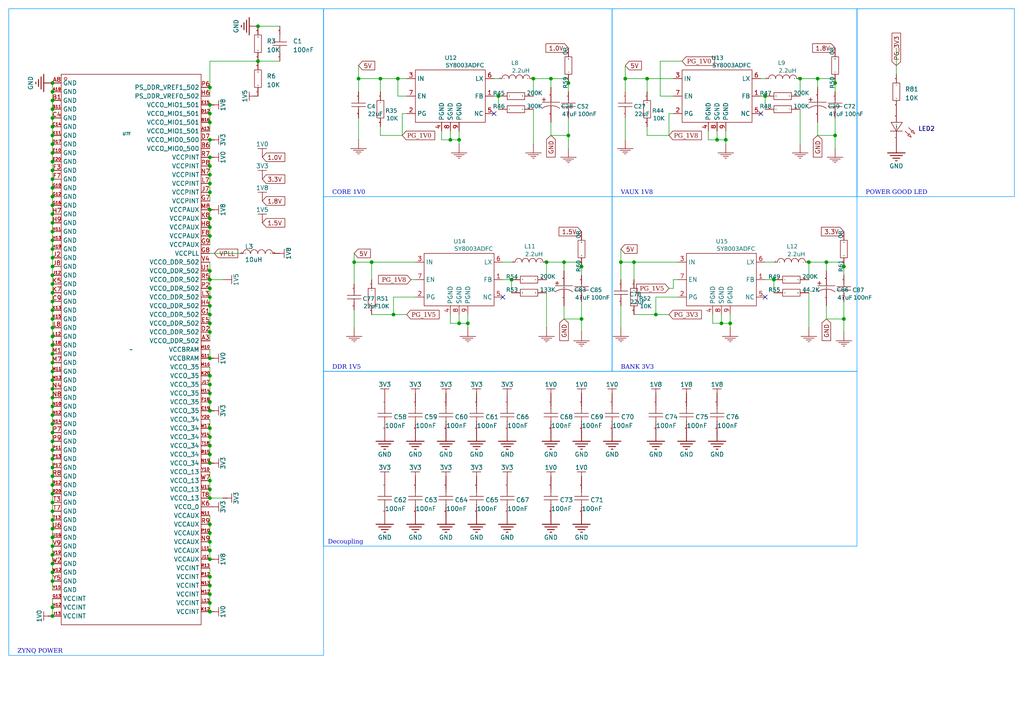
<source format=kicad_sch>
(kicad_sch (version 20231120) (generator "eeschema") (generator_version "8.0")
  (paper "User" 297.434 209.804)
  (lib_symbols
    (symbol "5-Voltage_1" (power) (pin_numbers hide) (pin_names hide)
      (symbol "5-Voltage_1_1_0"
        (pin power_in line (at 0 0 90) (length 1.27) (name "1V8") (number "1"))
      )
    )
    (symbol "5-Voltage_13" (power) (pin_numbers hide) (pin_names hide)
      (symbol "5-Voltage_13_1_0"
        (pin power_in line (at 0 0 90) (length 1.27) (name "1V8") (number "1"))
      )
    )
    (symbol "5-Voltage_14" (power) (pin_numbers hide) (pin_names hide)
      (symbol "5-Voltage_14_1_0"
        (pin power_in line (at 0 0 90) (length 1.27) (name "1V8") (number "1"))
      )
    )
    (symbol "5-Voltage_15" (power) (pin_numbers hide) (pin_names hide)
      (symbol "5-Voltage_15_1_0"
        (pin power_in line (at 0 0 90) (length 1.27) (name "1V5") (number "1"))
      )
    )
    (symbol "5-Voltage_16" (power) (pin_numbers hide) (pin_names hide)
      (symbol "5-Voltage_16_1_0"
        (pin power_in line (at 0 0 90) (length 1.27) (name "3V3") (number "1"))
      )
    )
    (symbol "5-Voltage_17" (power) (pin_numbers hide) (pin_names hide)
      (symbol "5-Voltage_17_1_0"
        (pin power_in line (at 0 0 90) (length 1.27) (name "3V3") (number "1"))
      )
    )
    (symbol "5-Voltage_18" (power) (pin_numbers hide) (pin_names hide)
      (symbol "5-Voltage_18_1_0"
        (pin power_in line (at 0 0 90) (length 1.27) (name "3V3") (number "1"))
      )
    )
    (symbol "5-Voltage_19" (power) (pin_numbers hide) (pin_names hide)
      (symbol "5-Voltage_19_1_0"
        (pin power_in line (at 0 0 90) (length 1.27) (name "3V3") (number "1"))
      )
    )
    (symbol "5-Voltage_2" (power) (pin_numbers hide) (pin_names hide)
      (symbol "5-Voltage_2_1_0"
        (pin power_in line (at 0 0 90) (length 1.27) (name "1V0") (number "1"))
      )
    )
    (symbol "5-Voltage_20" (power) (pin_numbers hide) (pin_names hide)
      (symbol "5-Voltage_20_1_0"
        (pin power_in line (at 0 0 90) (length 1.27) (name "3V3") (number "1"))
      )
    )
    (symbol "5-Voltage_21" (power) (pin_numbers hide) (pin_names hide)
      (symbol "5-Voltage_21_1_0"
        (pin power_in line (at 0 0 90) (length 1.27) (name "3V3") (number "1"))
      )
    )
    (symbol "5-Voltage_22" (power) (pin_numbers hide) (pin_names hide)
      (symbol "5-Voltage_22_1_0"
        (pin power_in line (at 0 0 90) (length 1.27) (name "3V3") (number "1"))
      )
    )
    (symbol "5-Voltage_23" (power) (pin_numbers hide) (pin_names hide)
      (symbol "5-Voltage_23_1_0"
        (pin power_in line (at 0 0 90) (length 1.27) (name "3V3") (number "1"))
      )
    )
    (symbol "5-Voltage_24" (power) (pin_numbers hide) (pin_names hide)
      (symbol "5-Voltage_24_1_0"
        (pin power_in line (at 0 0 90) (length 1.27) (name "3V3") (number "1"))
      )
    )
    (symbol "5-Voltage_25" (power) (pin_numbers hide) (pin_names hide)
      (symbol "5-Voltage_25_1_0"
        (pin power_in line (at 0 0 90) (length 1.27) (name "3V3") (number "1"))
      )
    )
    (symbol "5-Voltage_26" (power) (pin_numbers hide) (pin_names hide)
      (symbol "5-Voltage_26_1_0"
        (pin power_in line (at 0 0 90) (length 1.27) (name "1V0") (number "1"))
      )
    )
    (symbol "5-Voltage_27" (power) (pin_numbers hide) (pin_names hide)
      (symbol "5-Voltage_27_1_0"
        (pin power_in line (at 0 0 90) (length 1.27) (name "1V0") (number "1"))
      )
    )
    (symbol "5-Voltage_28" (power) (pin_numbers hide) (pin_names hide)
      (symbol "5-Voltage_28_1_0"
        (pin power_in line (at 0 0 90) (length 1.27) (name "1V0") (number "1"))
      )
    )
    (symbol "5-Voltage_29" (power) (pin_numbers hide) (pin_names hide)
      (symbol "5-Voltage_29_1_0"
        (pin power_in line (at 0 0 90) (length 1.27) (name "1V0") (number "1"))
      )
    )
    (symbol "5-Voltage_3" (power) (pin_numbers hide) (pin_names hide)
      (symbol "5-Voltage_3_1_0"
        (pin power_in line (at 0 0 90) (length 1.27) (name "1V0") (number "1"))
      )
    )
    (symbol "5-Voltage_30" (power) (pin_numbers hide) (pin_names hide)
      (symbol "5-Voltage_30_1_0"
        (pin power_in line (at 0 0 90) (length 1.27) (name "1V0") (number "1"))
      )
    )
    (symbol "5-Voltage_31" (power) (pin_numbers hide) (pin_names hide)
      (symbol "5-Voltage_31_1_0"
        (pin power_in line (at 0 0 90) (length 1.27) (name "1V8") (number "1"))
      )
    )
    (symbol "5-Voltage_32" (power) (pin_numbers hide) (pin_names hide)
      (symbol "5-Voltage_32_1_0"
        (pin power_in line (at 0 0 90) (length 1.27) (name "1V8") (number "1"))
      )
    )
    (symbol "5-Voltage_33" (power) (pin_numbers hide) (pin_names hide)
      (symbol "5-Voltage_33_1_0"
        (pin power_in line (at 0 0 90) (length 1.27) (name "1V8") (number "1"))
      )
    )
    (symbol "5-Voltage_34" (power) (pin_numbers hide) (pin_names hide)
      (symbol "5-Voltage_34_1_0"
        (pin power_in line (at 0 0 90) (length 1.27) (name "1V0") (number "1"))
      )
    )
    (symbol "5-Voltage_35" (power) (pin_numbers hide) (pin_names hide)
      (symbol "5-Voltage_35_1_0"
        (pin power_in line (at 0 0 90) (length 1.27) (name "1V0") (number "1"))
      )
    )
    (symbol "5-Voltage_36" (power) (pin_numbers hide) (pin_names hide)
      (symbol "5-Voltage_36_1_0"
        (pin power_in line (at 0 0 90) (length 1.27) (name "3V3") (number "1"))
      )
    )
    (symbol "5-Voltage_37" (power) (pin_numbers hide) (pin_names hide)
      (symbol "5-Voltage_37_1_0"
        (pin power_in line (at 0 0 90) (length 1.27) (name "1V8") (number "1"))
      )
    )
    (symbol "5-Voltage_4" (power) (pin_numbers hide) (pin_names hide)
      (symbol "5-Voltage_4_1_0"
        (pin power_in line (at 0 0 90) (length 1.27) (name "3V3") (number "1"))
      )
    )
    (symbol "5-Voltage_5" (power) (pin_numbers hide) (pin_names hide)
      (symbol "5-Voltage_5_1_0"
        (pin power_in line (at 0 0 90) (length 1.27) (name "3V3") (number "1"))
      )
    )
    (symbol "5-Voltage_6" (power) (pin_numbers hide) (pin_names hide)
      (symbol "5-Voltage_6_1_0"
        (pin power_in line (at 0 0 90) (length 1.27) (name "3V3") (number "1"))
      )
    )
    (symbol "5-Voltage_8" (power) (pin_numbers hide) (pin_names hide)
      (symbol "5-Voltage_8_1_0"
        (pin power_in line (at 0 0 90) (length 1.27) (name "3V3") (number "1"))
      )
    )
    (symbol "5-Voltage_9" (power) (pin_numbers hide) (pin_names hide)
      (symbol "5-Voltage_9_1_0"
        (pin power_in line (at 0 0 90) (length 1.27) (name "1V5") (number "1"))
      )
    )
    (symbol "ProDocument_ZYNQ7020_V1_2024-04-10:CapAcitance"
      (symbol "CapAcitance_1_0"
        (pin input line (at -5.08 0 0) (length 2.54) (name "1") (number "1"))
        (pin input line (at 5.08 0 180) (length 2.54) (name "2") (number "2"))
      )
    )
    (symbol "ProDocument_ZYNQ7020_V1_2024-04-10:Ground-GND" (power) (pin_numbers hide) (pin_names hide)
      (symbol "Ground-GND_1_0"
        (pin power_in line (at 0 0 270) (length 2.54) (name "GND") (number "1"))
      )
    )
    (symbol "ProDocument_ZYNQ7020_V1_2024-04-10:LED_G"
      (symbol "LED_G_1_0"
        (pin input line (at 5.08 0 180) (length 3.81) (name "C") (number "1"))
        (pin input line (at -5.08 0 0) (length 3.81) (name "A") (number "2"))
      )
    )
    (symbol "ProDocument_ZYNQ7020_V1_2024-04-10:SDFL1608S100KTF"
      (property "Reference" "L?" (at 0 0 0))
      (symbol "SDFL1608S100KTF_1_0"
        (pin input line (at -5.08 0 0) (length 0.762) (name "1") (number "1"))
        (pin input line (at 5.08 0 180) (length 0.762) (name "2") (number "2"))
      )
    )
    (symbol "ProDocument_ZYNQ7020_V1_2024-04-10:XC7Z010-1CLG400C"
      (property "Reference" "U7" (at 0 62.23 0))
      (property "Value" "~" (at 0 0 0))
      (symbol "XC7Z010-1CLG400C_1_0"
        (pin input line (at 7.62 10.16 180) (length 2.54) (name "PS_MIO6_500") (number "A5"))
        (pin input line (at 7.62 12.7 180) (length 2.54) (name "PS_MIO5_500") (number "A6"))
        (pin input line (at 7.62 22.86 180) (length 2.54) (name "PS_MIO1_500") (number "A7"))
        (pin input line (at 7.62 2.54 180) (length 2.54) (name "PS_MIO9_500") (number "B5"))
        (pin input line (at 7.62 15.24 180) (length 2.54) (name "PS_MIO4_500") (number "B7"))
        (pin input line (at 7.62 20.32 180) (length 2.54) (name "PS_MIO2_500") (number "B8"))
        (pin input line (at 7.62 -10.16 180) (length 2.54) (name "PS_MIO14_500") (number "C5"))
        (pin input line (at 7.62 -2.54 180) (length 2.54) (name "PS_MIO11_500") (number "C6"))
        (pin input line (at 7.62 -16.51 180) (length 2.54) (name "PS_POR_B_500") (number "C7"))
        (pin input line (at 7.62 -12.7 180) (length 2.54) (name "PS_MIO15_500") (number "C8"))
        (pin input line (at 7.62 5.08 180) (length 2.54) (name "PS_MIO8_500") (number "D5"))
        (pin input line (at 7.62 17.78 180) (length 2.54) (name "PS_MIO3_500") (number "D6"))
        (pin input line (at 7.62 7.62 180) (length 2.54) (name "PS_MIO7_500") (number "D8"))
        (pin input line (at 7.62 -5.08 180) (length 2.54) (name "PS_MIO12_500") (number "D9"))
        (pin input line (at 7.62 25.4 180) (length 2.54) (name "PS_MIO0_500") (number "E6"))
        (pin input line (at 7.62 -20.32 180) (length 2.54) (name "PS_CLK_500") (number "E7"))
        (pin input line (at 7.62 -7.62 180) (length 2.54) (name "PS_MIO13_500") (number "E8"))
        (pin input line (at 7.62 0 180) (length 2.54) (name "PS_MIO10_500") (number "E9"))
      )
      (symbol "XC7Z010-1CLG400C_2_0"
        (pin input line (at 8.89 -20.32 180) (length 2.54) (name "PS_MIO37_501") (number "A10"))
        (pin input line (at 8.89 -17.78 180) (length 2.54) (name "PS_MIO36_501") (number "A11"))
        (pin input line (at 8.89 -12.7 180) (length 2.54) (name "PS_MIO34_501") (number "A12"))
        (pin input line (at 8.89 -7.62 180) (length 2.54) (name "PS_MIO32_501") (number "A14"))
        (pin input line (at 8.89 7.62 180) (length 2.54) (name "PS_MIO26_501") (number "A15"))
        (pin input line (at 8.89 12.7 180) (length 2.54) (name "PS_MIO24_501") (number "A16"))
        (pin input line (at 8.89 22.86 180) (length 2.54) (name "PS_MIO20_501") (number "A17"))
        (pin input line (at 8.89 33.02 180) (length 2.54) (name "PS_MIO16_501") (number "A19"))
        (pin input line (at 8.89 -35.56 180) (length 2.54) (name "PS_MIO43_501") (number "A9"))
        (pin input line (at 8.89 -66.04 180) (length 2.54) (name "PS_SRST_B_501") (number "B10"))
        (pin input line (at 8.89 -48.26 180) (length 2.54) (name "PS_MIO48_501") (number "B12"))
        (pin input line (at 8.89 -53.34 180) (length 2.54) (name "PS_MIO50_501") (number "B13"))
        (pin input line (at 8.89 -45.72 180) (length 2.54) (name "PS_MIO47_501") (number "B14"))
        (pin input line (at 8.89 -40.64 180) (length 2.54) (name "PS_MIO45_501") (number "B15"))
        (pin input line (at 8.89 17.78 180) (length 2.54) (name "PS_MIO22_501") (number "B17"))
        (pin input line (at 8.89 27.94 180) (length 2.54) (name "PS_MIO18_501") (number "B18"))
        (pin input line (at 8.89 -55.88 180) (length 2.54) (name "PS_MIO51_501") (number "B9"))
        (pin input line (at 8.89 -58.42 180) (length 2.54) (name "PS_MIO52_501") (number "C10"))
        (pin input line (at 8.89 -60.96 180) (length 2.54) (name "PS_MIO53_501") (number "C11"))
        (pin input line (at 8.89 -50.8 180) (length 2.54) (name "PS_MIO49_501") (number "C12"))
        (pin input line (at 8.89 0 180) (length 2.54) (name "PS_MIO29_501") (number "C13"))
        (pin input line (at 8.89 -2.54 180) (length 2.54) (name "PS_MIO30_501") (number "C15"))
        (pin input line (at 8.89 2.54 180) (length 2.54) (name "PS_MIO28_501") (number "C16"))
        (pin input line (at 8.89 -30.48 180) (length 2.54) (name "PS_MIO41_501") (number "C17"))
        (pin input line (at 8.89 -25.4 180) (length 2.54) (name "PS_MIO39_501") (number "C18"))
        (pin input line (at 8.89 25.4 180) (length 2.54) (name "PS_MIO19_501") (number "D10"))
        (pin input line (at 8.89 15.24 180) (length 2.54) (name "PS_MIO23_501") (number "D11"))
        (pin input line (at 8.89 5.08 180) (length 2.54) (name "PS_MIO27_501") (number "D13"))
        (pin input line (at 8.89 -27.94 180) (length 2.54) (name "PS_MIO40_501") (number "D14"))
        (pin input line (at 8.89 -10.16 180) (length 2.54) (name "PS_MIO33_501") (number "D15"))
        (pin input line (at 8.89 -43.18 180) (length 2.54) (name "PS_MIO46_501") (number "D16"))
        (pin input line (at 8.89 39.37 180) (length 2.54) (name "PS_MIO_VREF_501") (number "E11"))
        (pin input line (at 8.89 -33.02 180) (length 2.54) (name "PS_MIO42_501") (number "E12"))
        (pin input line (at 8.89 -22.86 180) (length 2.54) (name "PS_MIO38_501") (number "E13"))
        (pin input line (at 8.89 30.48 180) (length 2.54) (name "PS_MIO17_501") (number "E14"))
        (pin input line (at 8.89 -5.08 180) (length 2.54) (name "PS_MIO31_501") (number "E16"))
        (pin input line (at 8.89 -15.24 180) (length 2.54) (name "PS_MIO35_501") (number "F12"))
        (pin input line (at 8.89 -38.1 180) (length 2.54) (name "PS_MIO44_501") (number "F13"))
        (pin input line (at 8.89 20.32 180) (length 2.54) (name "PS_MIO21_501") (number "F14"))
        (pin input line (at 8.89 10.16 180) (length 2.54) (name "PS_MIO25_501") (number "F15"))
      )
      (symbol "XC7Z010-1CLG400C_3_0"
        (pin input line (at -26.67 34.29 0) (length 2.54) (name "RSVDGND") (number "F10"))
        (pin input line (at -26.67 46.99 0) (length 2.54) (name "VCCBATT_0") (number "F11"))
        (pin input line (at -26.67 21.59 0) (length 2.54) (name "TDO_0") (number "F6"))
        (pin input line (at -26.67 44.45 0) (length 2.54) (name "TCK_0") (number "F9"))
        (pin input line (at -26.67 24.13 0) (length 2.54) (name "TDI_0") (number "G6"))
        (pin input line (at -26.67 57.15 0) (length 2.54) (name "GNDADC_0") (number "J10"))
        (pin input line (at -26.67 11.43 0) (length 2.54) (name "TMS_0") (number "J6"))
        (pin input line (at -26.67 54.61 0) (length 2.54) (name "VCCADC_0") (number "J9"))
        (pin input line (at -26.67 39.37 0) (length 2.54) (name "VREFN_0") (number "K10"))
        (pin input line (at -26.67 36.83 0) (length 2.54) (name "VP_0") (number "K9"))
        (pin input line (at -26.67 49.53 0) (length 2.54) (name "VN_0") (number "L10"))
        (pin input line (at -26.67 13.97 0) (length 2.54) (name "PROGRAM_B_0") (number "L6"))
        (pin input line (at -26.67 52.07 0) (length 2.54) (name "VREFP_0") (number "L9"))
        (pin input line (at -26.67 41.91 0) (length 2.54) (name "DXN_0") (number "M10"))
        (pin input line (at -26.67 16.51 0) (length 2.54) (name "CFGBVS_0") (number "M6"))
        (pin input line (at -26.67 59.69 0) (length 2.54) (name "DXP_0") (number "M9"))
        (pin input line (at 27.94 48.26 180) (length 2.54) (name "IO_L23P_T3_34") (number "N17"))
        (pin input line (at 27.94 -2.54 180) (length 2.54) (name "IO_L13P_T2_MRCC_34") (number "N18"))
        (pin input line (at 27.94 2.54 180) (length 2.54) (name "IO_L14P_T2_SRCC_34") (number "N20"))
        (pin input line (at -26.67 31.75 0) (length 2.54) (name "RSVDVCC3") (number "N6"))
        (pin input line (at 27.94 -38.1 180) (length 2.54) (name "IO_L6P_T0_34") (number "P14"))
        (pin input line (at 27.94 53.34 180) (length 2.54) (name "IO_L24P_T3_34") (number "P15"))
        (pin input line (at 27.94 55.88 180) (length 2.54) (name "IO_L24N_T3_34") (number "P16"))
        (pin input line (at 27.94 50.8 180) (length 2.54) (name "IO_L23N_T3_34") (number "P18"))
        (pin input line (at 27.94 0 180) (length 2.54) (name "IO_L13N_T2_MRCC_34") (number "P19"))
        (pin input line (at 27.94 5.08 180) (length 2.54) (name "IO_L14N_T2_SRCC_34") (number "P20"))
        (pin input line (at -26.67 26.67 0) (length 2.54) (name "INIT_B_0") (number "R10"))
        (pin input line (at -26.67 62.23 0) (length 2.54) (name "DONE_0") (number "R11"))
        (pin input line (at 27.94 -35.56 180) (length 2.54) (name "IO_L6N_T0_VREF_34") (number "R14"))
        (pin input line (at 27.94 27.94 180) (length 2.54) (name "IO_L19P_T3_34") (number "R16"))
        (pin input line (at 27.94 30.48 180) (length 2.54) (name "IO_L19N_T3_VREF_34") (number "R17"))
        (pin input line (at 27.94 35.56 180) (length 2.54) (name "IO_L20N_T3_34") (number "R18"))
        (pin input line (at -26.67 -54.61 0) (length 2.54) (name "IO_0_34") (number "R19"))
        (pin input line (at -26.67 29.21 0) (length 2.54) (name "RSVDVCC2") (number "R6"))
        (pin input line (at -26.67 -59.69 0) (length 2.54) (name "IO_L1N_T0_34") (number "T10"))
        (pin input line (at -26.67 -57.15 0) (length 2.54) (name "IO_L1P_T0_34") (number "T11"))
        (pin input line (at 27.94 -58.42 180) (length 2.54) (name "IO_L2P_T0_34") (number "T12"))
        (pin input line (at 27.94 -43.18 180) (length 2.54) (name "IO_L5P_T0_34") (number "T14"))
        (pin input line (at 27.94 -40.64 180) (length 2.54) (name "IO_L5N_T0_34") (number "T15"))
        (pin input line (at 27.94 -22.86 180) (length 2.54) (name "IO_L9P_T1_DQS_34") (number "T16"))
        (pin input line (at 27.94 33.02 180) (length 2.54) (name "IO_L20P_T3_34") (number "T17"))
        (pin input line (at 27.94 58.42 180) (length 2.54) (name "IO_25_34") (number "T19"))
        (pin input line (at 27.94 7.62 180) (length 2.54) (name "IO_L15P_T2_DQS_34") (number "T20"))
        (pin input line (at -26.67 -34.29 0) (length 2.54) (name "NC") (number "T5"))
        (pin input line (at -26.67 19.05 0) (length 2.54) (name "RSVDVCC1") (number "T6"))
        (pin input line (at -26.67 1.27 0) (length 2.54) (name "NC") (number "T9"))
        (pin input line (at -26.67 -1.27 0) (length 2.54) (name "NC") (number "U10"))
        (pin input line (at 27.94 -55.88 180) (length 2.54) (name "IO_L2N_T0_34") (number "U12"))
        (pin input line (at 27.94 -53.34 180) (length 2.54) (name "IO_L3P_T0_DQS_PUDC_B_34") (number "U13"))
        (pin input line (at 27.94 -12.7 180) (length 2.54) (name "IO_L11P_T1_SRCC_34") (number "U14"))
        (pin input line (at 27.94 -10.16 180) (length 2.54) (name "IO_L11N_T1_SRCC_34") (number "U15"))
        (pin input line (at 27.94 -20.32 180) (length 2.54) (name "IO_L9N_T1_DQS_34") (number "U17"))
        (pin input line (at 27.94 -7.62 180) (length 2.54) (name "IO_L12P_T1_MRCC_34") (number "U18"))
        (pin input line (at 27.94 -5.08 180) (length 2.54) (name "IO_L12N_T1_MRCC_34") (number "U19"))
        (pin input line (at 27.94 10.16 180) (length 2.54) (name "IO_L15N_T2_DQS_34") (number "U20"))
        (pin input line (at -26.67 -36.83 0) (length 2.54) (name "NC") (number "U5"))
        (pin input line (at -26.67 6.35 0) (length 2.54) (name "NC") (number "U7"))
        (pin input line (at -26.67 -26.67 0) (length 2.54) (name "NC") (number "U8"))
        (pin input line (at -26.67 -24.13 0) (length 2.54) (name "NC") (number "U9"))
        (pin input line (at -26.67 -46.99 0) (length 2.54) (name "NC") (number "V10"))
        (pin input line (at -26.67 -44.45 0) (length 2.54) (name "NC") (number "V11"))
        (pin input line (at 27.94 -48.26 180) (length 2.54) (name "IO_L4P_T0_34") (number "V12"))
        (pin input line (at 27.94 -50.8 180) (length 2.54) (name "IO_L3N_T0_DQS_34") (number "V13"))
        (pin input line (at 27.94 -17.78 180) (length 2.54) (name "IO_L10P_T1_34") (number "V15"))
        (pin input line (at 27.94 22.86 180) (length 2.54) (name "IO_L18P_T2_34") (number "V16"))
        (pin input line (at 27.94 38.1 180) (length 2.54) (name "IO_L21P_T3_DQS_34") (number "V17"))
        (pin input line (at 27.94 40.64 180) (length 2.54) (name "IO_L21N_T3_DQS_34") (number "V18"))
        (pin input line (at 27.94 12.7 180) (length 2.54) (name "IO_L16P_T2_34") (number "V20"))
        (pin input line (at -26.67 8.89 0) (length 2.54) (name "NC") (number "V5"))
        (pin input line (at -26.67 -49.53 0) (length 2.54) (name "NC") (number "V6"))
        (pin input line (at -26.67 3.81 0) (length 2.54) (name "NC") (number "V7"))
        (pin input line (at -26.67 -13.97 0) (length 2.54) (name "NC") (number "V8"))
        (pin input line (at -26.67 -19.05 0) (length 2.54) (name "NC") (number "W10"))
        (pin input line (at -26.67 -29.21 0) (length 2.54) (name "NC") (number "W11"))
        (pin input line (at 27.94 -45.72 180) (length 2.54) (name "IO_L4N_T0_34") (number "W13"))
        (pin input line (at 27.94 -27.94 180) (length 2.54) (name "IO_L8P_T1_34") (number "W14"))
        (pin input line (at 27.94 -15.24 180) (length 2.54) (name "IO_L10N_T1_34") (number "W15"))
        (pin input line (at 27.94 25.4 180) (length 2.54) (name "IO_L18N_T2_34") (number "W16"))
        (pin input line (at 27.94 43.18 180) (length 2.54) (name "IO_L22P_T3_34") (number "W18"))
        (pin input line (at 27.94 45.72 180) (length 2.54) (name "IO_L22N_T3_34") (number "W19"))
        (pin input line (at 27.94 15.24 180) (length 2.54) (name "IO_L16N_T2_34") (number "W20"))
        (pin input line (at -26.67 -52.07 0) (length 2.54) (name "NC") (number "W6"))
        (pin input line (at -26.67 -16.51 0) (length 2.54) (name "NC") (number "W8"))
        (pin input line (at -26.67 -21.59 0) (length 2.54) (name "NC") (number "W9"))
        (pin input line (at -26.67 -31.75 0) (length 2.54) (name "NC") (number "Y11"))
        (pin input line (at -26.67 -39.37 0) (length 2.54) (name "NC") (number "Y12"))
        (pin input line (at -26.67 -41.91 0) (length 2.54) (name "NC") (number "Y13"))
        (pin input line (at 27.94 -25.4 180) (length 2.54) (name "IO_L8N_T1_34") (number "Y14"))
        (pin input line (at 27.94 -33.02 180) (length 2.54) (name "IO_L7P_T1_34") (number "Y16"))
        (pin input line (at 27.94 -30.48 180) (length 2.54) (name "IO_L7N_T1_34") (number "Y17"))
        (pin input line (at 27.94 17.78 180) (length 2.54) (name "IO_L17P_T2_34") (number "Y18"))
        (pin input line (at 27.94 20.32 180) (length 2.54) (name "IO_L17N_T2_34") (number "Y19"))
        (pin input line (at -26.67 -6.35 0) (length 2.54) (name "NC") (number "Y6"))
        (pin input line (at -26.67 -3.81 0) (length 2.54) (name "NC") (number "Y7"))
        (pin input line (at -26.67 -11.43 0) (length 2.54) (name "NC") (number "Y8"))
        (pin input line (at -26.67 -8.89 0) (length 2.54) (name "NC") (number "Y9"))
      )
      (symbol "XC7Z010-1CLG400C_4_0"
        (pin input line (at -40.64 52.07 0) (length 2.54) (name "IO_L2N_T0_AD8N_35") (number "A20"))
        (pin input line (at -40.64 54.61 0) (length 2.54) (name "IO_L2P_T0_AD8P_35") (number "B19"))
        (pin input line (at -40.64 57.15 0) (length 2.54) (name "IO_L1N_T0_AD0N_35") (number "B20"))
        (pin input line (at -40.64 59.69 0) (length 2.54) (name "IO_L1P_T0_AD0P_35") (number "C20"))
        (pin input line (at -40.64 46.99 0) (length 2.54) (name "IO_L3N_T0_DQS_AD1N_35") (number "D18"))
        (pin input line (at -40.64 44.45 0) (length 2.54) (name "IO_L4P_T0_35") (number "D19"))
        (pin input line (at -40.64 41.91 0) (length 2.54) (name "IO_L4N_T0_35") (number "D20"))
        (pin input line (at -40.64 49.53 0) (length 2.54) (name "IO_L3P_T0_DQS_AD1P_35") (number "E17"))
        (pin input line (at -40.64 39.37 0) (length 2.54) (name "IO_L5P_T0_AD9P_35") (number "E18"))
        (pin input line (at -40.64 36.83 0) (length 2.54) (name "IO_L5N_T0_AD9N_35") (number "E19"))
        (pin input line (at -40.64 34.29 0) (length 2.54) (name "IO_L6P_T0_35") (number "F16"))
        (pin input line (at -40.64 31.75 0) (length 2.54) (name "IO_L6N_T0_VREF_35") (number "F17"))
        (pin input line (at -40.64 -11.43 0) (length 2.54) (name "IO_L15P_T2_DQS_AD12P_35") (number "F19"))
        (pin input line (at -40.64 -13.97 0) (length 2.54) (name "IO_L15N_T2_DQS_AD12N_35") (number "F20"))
        (pin input line (at -40.64 -64.77 0) (length 2.54) (name "IO_0_35") (number "G14"))
        (pin input line (at -40.64 -34.29 0) (length 2.54) (name "IO_L19N_T3_VREF_35") (number "G15"))
        (pin input line (at -40.64 -16.51 0) (length 2.54) (name "IO_L16P_T2_35") (number "G17"))
        (pin input line (at -40.64 -19.05 0) (length 2.54) (name "IO_L16N_T2_35") (number "G18"))
        (pin input line (at -40.64 -26.67 0) (length 2.54) (name "IO_L18P_T2_AD13P_35") (number "G19"))
        (pin input line (at -40.64 -29.21 0) (length 2.54) (name "IO_L18N_T2_AD13N_35") (number "G20"))
        (pin input line (at -40.64 -31.75 0) (length 2.54) (name "IO_L19P_T3_35") (number "H15"))
        (pin input line (at -40.64 -1.27 0) (length 2.54) (name "IO_L13P_T2_MRCC_35") (number "H16"))
        (pin input line (at -40.64 -3.81 0) (length 2.54) (name "IO_L13N_T2_MRCC_35") (number "H17"))
        (pin input line (at -40.64 -8.89 0) (length 2.54) (name "IO_L14N_T2_AD4N_SRCC_35") (number "H18"))
        (pin input line (at -40.64 -24.13 0) (length 2.54) (name "IO_L17N_T2_AD5N_35") (number "H20"))
        (pin input line (at -40.64 -39.37 0) (length 2.54) (name "IO_L20N_T3_AD6N_35") (number "J14"))
        (pin input line (at -40.64 -62.23 0) (length 2.54) (name "IO_25_35") (number "J15"))
        (pin input line (at -40.64 -59.69 0) (length 2.54) (name "IO_L24N_T3_AD15N_35") (number "J16"))
        (pin input line (at -40.64 -6.35 0) (length 2.54) (name "IO_L14P_T2_AD4P_SRCC_35") (number "J18"))
        (pin input line (at -40.64 11.43 0) (length 2.54) (name "IO_L10N_T1_AD11N_35") (number "J19"))
        (pin input line (at -40.64 -21.59 0) (length 2.54) (name "IO_L17P_T2_AD5P_35") (number "J20"))
        (pin input line (at -40.64 -36.83 0) (length 2.54) (name "IO_L20P_T3_AD6P_35") (number "K14"))
        (pin input line (at -40.64 -57.15 0) (length 2.54) (name "IO_L24P_T3_AD15P_35") (number "K16"))
        (pin input line (at -40.64 3.81 0) (length 2.54) (name "IO_L12P_T1_MRCC_35") (number "K17"))
        (pin input line (at -40.64 1.27 0) (length 2.54) (name "IO_L12N_T1_MRCC_35") (number "K18"))
        (pin input line (at -40.64 13.97 0) (length 2.54) (name "IO_L10P_T1_AD11P_35") (number "K19"))
        (pin input line (at -40.64 -46.99 0) (length 2.54) (name "IO_L22P_T3_AD7P_35") (number "L14"))
        (pin input line (at -40.64 -49.53 0) (length 2.54) (name "IO_L22N_T3_AD7N_35") (number "L15"))
        (pin input line (at -40.64 8.89 0) (length 2.54) (name "IO_L11P_T1_SRCC_35") (number "L16"))
        (pin input line (at -40.64 6.35 0) (length 2.54) (name "IO_L11N_T1_SRCC_35") (number "L17"))
        (pin input line (at -40.64 19.05 0) (length 2.54) (name "IO_L9P_T1_DQS_AD3P_35") (number "L19"))
        (pin input line (at -40.64 16.51 0) (length 2.54) (name "IO_L9N_T1_DQS_AD3N_35") (number "L20"))
        (pin input line (at -40.64 -52.07 0) (length 2.54) (name "IO_L23P_T3_35") (number "M14"))
        (pin input line (at -40.64 -54.61 0) (length 2.54) (name "IO_L23N_T3_35") (number "M15"))
        (pin input line (at -40.64 24.13 0) (length 2.54) (name "IO_L8P_T1_AD10P_35") (number "M17"))
        (pin input line (at -40.64 21.59 0) (length 2.54) (name "IO_L8N_T1_AD10N_35") (number "M18"))
        (pin input line (at -40.64 29.21 0) (length 2.54) (name "IO_L7P_T1_AD2P_35") (number "M19"))
        (pin input line (at -40.64 26.67 0) (length 2.54) (name "IO_L7N_T1_AD2N_35") (number "M20"))
        (pin input line (at -40.64 -41.91 0) (length 2.54) (name "IO_L21P_T3_DQS_AD14P_35") (number "N15"))
        (pin input line (at -40.64 -44.45 0) (length 2.54) (name "IO_L21N_T3_DQS_AD14N_35") (number "N16"))
      )
      (symbol "XC7Z010-1CLG400C_5_0"
        (pin input line (at -35.56 6.35 0) (length 2.54) (name "PS_DDR_DM0_502") (number "A1"))
        (pin input line (at -35.56 11.43 0) (length 2.54) (name "PS_DDR_DQ2_502") (number "A2"))
        (pin input line (at -35.56 8.89 0) (length 2.54) (name "PS_DDR_DQ3_502") (number "A4"))
        (pin input line (at -35.56 1.27 0) (length 2.54) (name "PS_DDR_DQS_N0_502") (number "B2"))
        (pin input line (at -35.56 13.97 0) (length 2.54) (name "PS_DDR_DQ1_502") (number "B3"))
        (pin input line (at -35.56 19.05 0) (length 2.54) (name "PS_DDR_DRST_B_502") (number "B4"))
        (pin input line (at -35.56 -6.35 0) (length 2.54) (name "PS_DDR_DQ6_502") (number "C1"))
        (pin input line (at -35.56 3.81 0) (length 2.54) (name "PS_DDR_DQS_P0_502") (number "C2"))
        (pin input line (at -35.56 16.51 0) (length 2.54) (name "PS_DDR_DQ0_502") (number "C3"))
        (pin input line (at -35.56 -3.81 0) (length 2.54) (name "PS_DDR_DQ5_502") (number "D1"))
        (pin input line (at -35.56 -1.27 0) (length 2.54) (name "PS_DDR_DQ4_502") (number "D3"))
        (pin input line (at -35.56 -41.91 0) (length 2.54) (name "PS_DDR_A13_502") (number "D4"))
        (pin input line (at -35.56 -8.89 0) (length 2.54) (name "PS_DDR_DQ7_502") (number "E1"))
        (pin input line (at -35.56 -11.43 0) (length 2.54) (name "PS_DDR_DQ8_502") (number "E2"))
        (pin input line (at -35.56 -13.97 0) (length 2.54) (name "PS_DDR_DQ9_502") (number "E3"))
        (pin input line (at -35.56 -44.45 0) (length 2.54) (name "PS_DDR_A12_502") (number "E4"))
        (pin input line (at -35.56 -21.59 0) (length 2.54) (name "PS_DDR_DM1_502") (number "F1"))
        (pin input line (at -35.56 -26.67 0) (length 2.54) (name "PS_DDR_DQS_N1_502") (number "F2"))
        (pin input line (at -35.56 -39.37 0) (length 2.54) (name "PS_DDR_A14_502") (number "F4"))
        (pin input line (at -35.56 -49.53 0) (length 2.54) (name "PS_DDR_A10_502") (number "F5"))
        (pin input line (at -35.56 -24.13 0) (length 2.54) (name "PS_DDR_DQS_P1_502") (number "G2"))
        (pin input line (at -35.56 -16.51 0) (length 2.54) (name "PS_DDR_DQ10_502") (number "G3"))
        (pin input line (at -35.56 -46.99 0) (length 2.54) (name "PS_DDR_A11_502") (number "G4"))
        (pin input line (at 33.02 -40.64 180) (length 2.54) (name "PS_DDR_VRN_502") (number "G5"))
        (pin input line (at -35.56 -34.29 0) (length 2.54) (name "PS_DDR_DQ14_502") (number "H1"))
        (pin input line (at -35.56 -31.75 0) (length 2.54) (name "PS_DDR_DQ13_502") (number "H2"))
        (pin input line (at -35.56 -19.05 0) (length 2.54) (name "PS_DDR_DQ11_502") (number "H3"))
        (pin input line (at 33.02 -38.1 180) (length 2.54) (name "PS_DDR_VRP_502") (number "H5"))
        (pin input line (at -35.56 -36.83 0) (length 2.54) (name "PS_DDR_DQ15_502") (number "J1"))
        (pin input line (at -35.56 -29.21 0) (length 2.54) (name "PS_DDR_DQ12_502") (number "J3"))
        (pin input line (at -35.56 -52.07 0) (length 2.54) (name "PS_DDR_A9_502") (number "J4"))
        (pin input line (at 33.02 -22.86 180) (length 2.54) (name "PS_DDR_BA2_502") (number "J5"))
        (pin input line (at -35.56 -54.61 0) (length 2.54) (name "PS_DDR_A8_502") (number "K1"))
        (pin input line (at 33.02 -27.94 180) (length 2.54) (name "PS_DDR_A1_502") (number "K2"))
        (pin input line (at 33.02 -43.18 180) (length 2.54) (name "PS_DDR_A3_502") (number "K3"))
        (pin input line (at 33.02 -53.34 180) (length 2.54) (name "PS_DDR_A7_502") (number "K4"))
        (pin input line (at 33.02 -48.26 180) (length 2.54) (name "PS_DDR_A5_502") (number "L1"))
        (pin input line (at 33.02 -35.56 180) (length 2.54) (name "PS_DDR_CKP_502") (number "L2"))
        (pin input line (at 33.02 -50.8 180) (length 2.54) (name "PS_DDR_A6_502") (number "L4"))
        (pin input line (at 33.02 -17.78 180) (length 2.54) (name "PS_DDR_BA0_502") (number "L5"))
        (pin input line (at 33.02 -33.02 180) (length 2.54) (name "PS_DDR_CKN_502") (number "M2"))
        (pin input line (at 33.02 -30.48 180) (length 2.54) (name "PS_DDR_A2_502") (number "M3"))
        (pin input line (at 33.02 -45.72 180) (length 2.54) (name "PS_DDR_A4_502") (number "M4"))
        (pin input line (at 33.02 -7.62 180) (length 2.54) (name "PS_DDR_WE_B_502") (number "M5"))
        (pin input line (at 33.02 -12.7 180) (length 2.54) (name "PS_DDR_CS_B_502") (number "N1"))
        (pin input line (at 33.02 -25.4 180) (length 2.54) (name "PS_DDR_A0_502") (number "N2"))
        (pin input line (at 33.02 -10.16 180) (length 2.54) (name "PS_DDR_CKE_502") (number "N3"))
        (pin input line (at 33.02 -15.24 180) (length 2.54) (name "PS_DDR_ODT_502") (number "N5"))
        (pin input line (at 33.02 0 180) (length 2.54) (name "PS_DDR_DQ16_502") (number "P1"))
        (pin input line (at 33.02 2.54 180) (length 2.54) (name "PS_DDR_DQ17_502") (number "P3"))
        (pin input line (at 33.02 -2.54 180) (length 2.54) (name "PS_DDR_RAS_B_502") (number "P4"))
        (pin input line (at 33.02 -5.08 180) (length 2.54) (name "PS_DDR_CAS_B_502") (number "P5"))
        (pin input line (at 33.02 7.62 180) (length 2.54) (name "PS_DDR_DQ19_502") (number "R1"))
        (pin input line (at 33.02 12.7 180) (length 2.54) (name "PS_DDR_DQS_P2_502") (number "R2"))
        (pin input line (at 33.02 5.08 180) (length 2.54) (name "PS_DDR_DQ18_502") (number "R3"))
        (pin input line (at 33.02 -20.32 180) (length 2.54) (name "PS_DDR_BA1_502") (number "R4"))
        (pin input line (at 33.02 10.16 180) (length 2.54) (name "PS_DDR_DM2_502") (number "T1"))
        (pin input line (at 33.02 15.24 180) (length 2.54) (name "PS_DDR_DQS_N2_502") (number "T2"))
        (pin input line (at 33.02 17.78 180) (length 2.54) (name "PS_DDR_DQ20_502") (number "T4"))
        (pin input line (at 33.02 22.86 180) (length 2.54) (name "PS_DDR_DQ22_502") (number "U2"))
        (pin input line (at 33.02 25.4 180) (length 2.54) (name "PS_DDR_DQ23_502") (number "U3"))
        (pin input line (at 33.02 20.32 180) (length 2.54) (name "PS_DDR_DQ21_502") (number "U4"))
        (pin input line (at 33.02 27.94 180) (length 2.54) (name "PS_DDR_DQ24_502") (number "V1"))
        (pin input line (at 33.02 40.64 180) (length 2.54) (name "PS_DDR_DQ30_502") (number "V2"))
        (pin input line (at 33.02 48.26 180) (length 2.54) (name "PS_DDR_DQ31_502") (number "V3"))
        (pin input line (at 33.02 33.02 180) (length 2.54) (name "PS_DDR_DQ26_502") (number "W1"))
        (pin input line (at 33.02 50.8 180) (length 2.54) (name "PS_DDR_DQ29_502") (number "W3"))
        (pin input line (at 33.02 45.72 180) (length 2.54) (name "PS_DDR_DQS_N3_502") (number "W4"))
        (pin input line (at 33.02 53.34 180) (length 2.54) (name "PS_DDR_DQS_P3_502") (number "W5"))
        (pin input line (at 33.02 38.1 180) (length 2.54) (name "PS_DDR_DM3_502") (number "Y1"))
        (pin input line (at 33.02 43.18 180) (length 2.54) (name "PS_DDR_DQ28_502") (number "Y2"))
        (pin input line (at 33.02 30.48 180) (length 2.54) (name "PS_DDR_DQ25_502") (number "Y3"))
        (pin input line (at 33.02 35.56 180) (length 2.54) (name "PS_DDR_DQ27_502") (number "Y4"))
      )
      (symbol "XC7Z010-1CLG400C_6_0"
        (pin input line (at 22.86 63.5 180) (length 2.54) (name "VCCO_MIO1_501") (number "A13"))
        (pin input line (at -22.86 74.93 0) (length 2.54) (name "GND") (number "A18"))
        (pin input line (at 22.86 2.54 180) (length 2.54) (name "VCCO_DDR_502") (number "A3"))
        (pin input line (at -22.86 77.47 0) (length 2.54) (name "GND") (number "A8"))
        (pin input line (at -22.86 72.39 0) (length 2.54) (name "GND") (number "B1"))
        (pin input line (at -22.86 69.85 0) (length 2.54) (name "GND") (number "B11"))
        (pin input line (at 22.86 66.04 180) (length 2.54) (name "VCCO_MIO1_501") (number "B16"))
        (pin input line (at 22.86 58.42 180) (length 2.54) (name "VCCO_MIO0_500") (number "B6"))
        (pin input line (at -22.86 64.77 0) (length 2.54) (name "GND") (number "C14"))
        (pin input line (at 22.86 -17.78 180) (length 2.54) (name "VCCO_35") (number "C19"))
        (pin input line (at -22.86 67.31 0) (length 2.54) (name "GND") (number "C4"))
        (pin input line (at -22.86 13.97 0) (length 2.54) (name "GND") (number "C9"))
        (pin input line (at 22.86 68.58 180) (length 2.54) (name "VCCO_MIO1_501") (number "D12"))
        (pin input line (at -22.86 59.69 0) (length 2.54) (name "GND") (number "D17"))
        (pin input line (at 22.86 5.08 180) (length 2.54) (name "VCCO_DDR_502") (number "D2"))
        (pin input line (at 22.86 60.96 180) (length 2.54) (name "VCCO_MIO0_500") (number "D7"))
        (pin input line (at -22.86 57.15 0) (length 2.54) (name "GND") (number "E10"))
        (pin input line (at 22.86 71.12 180) (length 2.54) (name "VCCO_MIO1_501") (number "E15"))
        (pin input line (at -22.86 54.61 0) (length 2.54) (name "GND") (number "E20"))
        (pin input line (at 22.86 7.62 180) (length 2.54) (name "VCCO_DDR_502") (number "E5"))
        (pin input line (at 22.86 -15.24 180) (length 2.54) (name "VCCO_35") (number "F18"))
        (pin input line (at -22.86 52.07 0) (length 2.54) (name "GND") (number "F3"))
        (pin input line (at -22.86 49.53 0) (length 2.54) (name "GND") (number "F7"))
        (pin input line (at 22.86 33.02 180) (length 2.54) (name "VCCPAUX") (number "F8"))
        (pin input line (at 22.86 10.16 180) (length 2.54) (name "VCCO_DDR_502") (number "G1"))
        (pin input line (at -22.86 46.99 0) (length 2.54) (name "GND") (number "G10"))
        (pin input line (at 22.86 -2.54 180) (length 2.54) (name "VCCBRAM") (number "G11"))
        (pin input line (at -22.86 44.45 0) (length 2.54) (name "GND") (number "G12"))
        (pin input line (at -22.86 -72.39 0) (length 2.54) (name "VCCINT") (number "G13"))
        (pin input line (at -22.86 41.91 0) (length 2.54) (name "GND") (number "G16"))
        (pin input line (at 22.86 43.18 180) (length 2.54) (name "VCCPINT") (number "G7"))
        (pin input line (at 22.86 27.94 180) (length 2.54) (name "VCCPLL") (number "G8"))
        (pin input line (at 22.86 30.48 180) (length 2.54) (name "VCCPAUX") (number "G9"))
        (pin input line (at 22.86 0 180) (length 2.54) (name "VCCBRAM") (number "H10"))
        (pin input line (at -22.86 34.29 0) (length 2.54) (name "GND") (number "H11"))
        (pin input line (at -22.86 -74.93 0) (length 2.54) (name "VCCINT") (number "H12"))
        (pin input line (at -22.86 31.75 0) (length 2.54) (name "GND") (number "H13"))
        (pin input line (at 22.86 -12.7 180) (length 2.54) (name "VCCO_35") (number "H14"))
        (pin input line (at -22.86 29.21 0) (length 2.54) (name "GND") (number "H19"))
        (pin input line (at 22.86 12.7 180) (length 2.54) (name "VCCO_DDR_502") (number "H4"))
        (pin input line (at 22.86 73.66 180) (length 2.54) (name "PS_DDR_VREF0_502") (number "H6"))
        (pin input line (at -22.86 39.37 0) (length 2.54) (name "GND") (number "H7"))
        (pin input line (at 22.86 35.56 180) (length 2.54) (name "VCCPAUX") (number "H8"))
        (pin input line (at -22.86 36.83 0) (length 2.54) (name "GND") (number "H9"))
        (pin input line (at 22.86 -60.96 180) (length 2.54) (name "VCCAUX") (number "J11"))
        (pin input line (at -22.86 21.59 0) (length 2.54) (name "GND") (number "J12"))
        (pin input line (at -22.86 -77.47 0) (length 2.54) (name "VCCINT") (number "J13"))
        (pin input line (at 22.86 -10.16 180) (length 2.54) (name "VCCO_35") (number "J17"))
        (pin input line (at -22.86 26.67 0) (length 2.54) (name "GND") (number "J2"))
        (pin input line (at 22.86 45.72 180) (length 2.54) (name "VCCPINT") (number "J7"))
        (pin input line (at -22.86 24.13 0) (length 2.54) (name "GND") (number "J8"))
        (pin input line (at -22.86 62.23 0) (length 2.54) (name "GND") (number "K11"))
        (pin input line (at 22.86 -76.2 180) (length 2.54) (name "VCCINT") (number "K12"))
        (pin input line (at -22.86 11.43 0) (length 2.54) (name "GND") (number "K13"))
        (pin input line (at -22.86 8.89 0) (length 2.54) (name "GND") (number "K15"))
        (pin input line (at 22.86 -7.62 180) (length 2.54) (name "VCCO_35") (number "K20"))
        (pin input line (at -22.86 19.05 0) (length 2.54) (name "GND") (number "K5"))
        (pin input line (at 22.86 -45.72 180) (length 2.54) (name "VCCO_0") (number "K6"))
        (pin input line (at -22.86 16.51 0) (length 2.54) (name "GND") (number "K7"))
        (pin input line (at 22.86 38.1 180) (length 2.54) (name "VCCPAUX") (number "K8"))
        (pin input line (at 22.86 -58.42 180) (length 2.54) (name "VCCAUX") (number "L11"))
        (pin input line (at -22.86 3.81 0) (length 2.54) (name "GND") (number "L12"))
        (pin input line (at 22.86 -73.66 180) (length 2.54) (name "VCCINT") (number "L13"))
        (pin input line (at -22.86 1.27 0) (length 2.54) (name "GND") (number "L18"))
        (pin input line (at 22.86 15.24 180) (length 2.54) (name "VCCO_DDR_502") (number "L3"))
        (pin input line (at 22.86 48.26 180) (length 2.54) (name "VCCPINT") (number "L7"))
        (pin input line (at -22.86 6.35 0) (length 2.54) (name "GND") (number "L8"))
        (pin input line (at -22.86 -1.27 0) (length 2.54) (name "GND") (number "M1"))
        (pin input line (at -22.86 -6.35 0) (length 2.54) (name "GND") (number "M11"))
        (pin input line (at 22.86 -71.12 180) (length 2.54) (name "VCCINT") (number "M12"))
        (pin input line (at -22.86 -8.89 0) (length 2.54) (name "GND") (number "M13"))
        (pin input line (at 22.86 -5.08 180) (length 2.54) (name "VCCO_35") (number "M16"))
        (pin input line (at -22.86 -3.81 0) (length 2.54) (name "GND") (number "M7"))
        (pin input line (at 22.86 40.64 180) (length 2.54) (name "VCCPAUX") (number "M8"))
        (pin input line (at -22.86 -16.51 0) (length 2.54) (name "GND") (number "N10"))
        (pin input line (at 22.86 -48.26 180) (length 2.54) (name "VCCAUX") (number "N11"))
        (pin input line (at -22.86 -19.05 0) (length 2.54) (name "GND") (number "N12"))
        (pin input line (at 22.86 -68.58 180) (length 2.54) (name "VCCINT") (number "N13"))
        (pin input line (at -22.86 -21.59 0) (length 2.54) (name "GND") (number "N14"))
        (pin input line (at 22.86 -33.02 180) (length 2.54) (name "VCCO_34") (number "N19"))
        (pin input line (at -22.86 -11.43 0) (length 2.54) (name "GND") (number "N4"))
        (pin input line (at 22.86 50.8 180) (length 2.54) (name "VCCPINT") (number "N7"))
        (pin input line (at -22.86 -13.97 0) (length 2.54) (name "GND") (number "N8"))
        (pin input line (at 22.86 -55.88 180) (length 2.54) (name "VCCAUX") (number "N9"))
        (pin input line (at 22.86 -53.34 180) (length 2.54) (name "VCCAUX") (number "P10"))
        (pin input line (at -22.86 -29.21 0) (length 2.54) (name "GND") (number "P11"))
        (pin input line (at 22.86 -66.04 180) (length 2.54) (name "VCCINT") (number "P12"))
        (pin input line (at -22.86 -31.75 0) (length 2.54) (name "GND") (number "P13"))
        (pin input line (at -22.86 -34.29 0) (length 2.54) (name "GND") (number "P17"))
        (pin input line (at 22.86 17.78 180) (length 2.54) (name "VCCO_DDR_502") (number "P2"))
        (pin input line (at 22.86 76.2 180) (length 2.54) (name "PS_DDR_VREF1_502") (number "P6"))
        (pin input line (at -22.86 -24.13 0) (length 2.54) (name "GND") (number "P7"))
        (pin input line (at 22.86 53.34 180) (length 2.54) (name "VCCPINT") (number "P8"))
        (pin input line (at -22.86 -26.67 0) (length 2.54) (name "GND") (number "P9"))
        (pin input line (at -22.86 -39.37 0) (length 2.54) (name "GND") (number "R12"))
        (pin input line (at 22.86 -63.5 180) (length 2.54) (name "VCCINT") (number "R13"))
        (pin input line (at 22.86 -30.48 180) (length 2.54) (name "VCCO_34") (number "R15"))
        (pin input line (at -22.86 -41.91 0) (length 2.54) (name "GND") (number "R20"))
        (pin input line (at 22.86 20.32 180) (length 2.54) (name "VCCO_DDR_502") (number "R5"))
        (pin input line (at 22.86 55.88 180) (length 2.54) (name "VCCPINT") (number "R7"))
        (pin input line (at -22.86 -36.83 0) (length 2.54) (name "GND") (number "R8"))
        (pin input line (at 22.86 -50.8 180) (length 2.54) (name "VCCAUX") (number "R9"))
        (pin input line (at -22.86 -49.53 0) (length 2.54) (name "GND") (number "T13"))
        (pin input line (at 22.86 -27.94 180) (length 2.54) (name "VCCO_34") (number "T18"))
        (pin input line (at -22.86 -44.45 0) (length 2.54) (name "GND") (number "T3"))
        (pin input line (at -22.86 -46.99 0) (length 2.54) (name "GND") (number "T7"))
        (pin input line (at 22.86 -43.18 180) (length 2.54) (name "VCCO_13") (number "T8"))
        (pin input line (at 22.86 22.86 180) (length 2.54) (name "VCCO_DDR_502") (number "U1"))
        (pin input line (at 22.86 -40.64 180) (length 2.54) (name "VCCO_13") (number "U11"))
        (pin input line (at -22.86 -54.61 0) (length 2.54) (name "GND") (number "U16"))
        (pin input line (at -22.86 -52.07 0) (length 2.54) (name "GND") (number "U6"))
        (pin input line (at 22.86 -25.4 180) (length 2.54) (name "VCCO_34") (number "V14"))
        (pin input line (at -22.86 -59.69 0) (length 2.54) (name "GND") (number "V19"))
        (pin input line (at 22.86 25.4 180) (length 2.54) (name "VCCO_DDR_502") (number "V4"))
        (pin input line (at -22.86 -57.15 0) (length 2.54) (name "GND") (number "V9"))
        (pin input line (at -22.86 -64.77 0) (length 2.54) (name "GND") (number "W12"))
        (pin input line (at 22.86 -22.86 180) (length 2.54) (name "VCCO_34") (number "W17"))
        (pin input line (at -22.86 -62.23 0) (length 2.54) (name "GND") (number "W2"))
        (pin input line (at 22.86 -38.1 180) (length 2.54) (name "VCCO_13") (number "W7"))
        (pin input line (at 22.86 -35.56 180) (length 2.54) (name "VCCO_13") (number "Y10"))
        (pin input line (at -22.86 -69.85 0) (length 2.54) (name "GND") (number "Y15"))
        (pin input line (at 22.86 -20.32 180) (length 2.54) (name "VCCO_34") (number "Y20"))
        (pin input line (at -22.86 -67.31 0) (length 2.54) (name "GND") (number "Y5"))
      )
    )
    (symbol "ProDocument_ZYNQ7020_V1_2024-04-10:电阻"
      (symbol "电阻_1_0"
        (pin input line (at -5.08 0 0) (length 2.54) (name "1") (number "1"))
        (pin input line (at 5.08 0 180) (length 2.54) (name "2") (number "2"))
      )
    )
    (symbol "zynq_mini_-easyedapro:0R"
      (property "Reference" "R?" (at 0 0 0))
      (symbol "0R_1_0"
        (pin input line (at -5.08 0 0) (length 2.54) (name "1") (number "1"))
        (pin input line (at 5.08 0 180) (length 2.54) (name "2") (number "2"))
      )
    )
    (symbol "zynq_mini_-easyedapro:100K"
      (property "Reference" "R?" (at 0 0 0))
      (symbol "100K_1_0"
        (pin input line (at -5.08 0 0) (length 2.54) (name "1") (number "1"))
        (pin input line (at 5.08 0 180) (length 2.54) (name "2") (number "2"))
      )
    )
    (symbol "zynq_mini_-easyedapro:100nF"
      (property "Reference" "C?" (at 0 0 0))
      (symbol "100nF_1_0"
        (pin input line (at 0 5.08 270) (length 2.54) (name "1") (number "1"))
        (pin input line (at 0 -2.54 90) (length 2.54) (name "2") (number "2"))
      )
    )
    (symbol "zynq_mini_-easyedapro:10K"
      (property "Reference" "R?" (at 0 0 0))
      (symbol "10K_1_0"
        (pin input line (at -5.08 0 0) (length 2.54) (name "1") (number "1"))
        (pin input line (at 5.08 0 180) (length 2.54) (name "2") (number "2"))
      )
    )
    (symbol "zynq_mini_-easyedapro:133K"
      (property "Reference" "R?" (at 0 0 0))
      (symbol "133K_1_0"
        (pin input line (at -5.08 0 0) (length 2.54) (name "1") (number "1"))
        (pin input line (at 5.08 0 180) (length 2.54) (name "2") (number "2"))
      )
    )
    (symbol "zynq_mini_-easyedapro:2.2uH"
      (property "Reference" "L?" (at 0 0 0))
      (symbol "2.2uH_1_0"
        (pin input line (at -5.08 0 0) (length 1.016) (name "1") (number "1"))
        (pin input line (at 5.08 0 180) (length 1.016) (name "2") (number "2"))
      )
    )
    (symbol "zynq_mini_-easyedapro:200K"
      (property "Reference" "R?" (at 0 0 0))
      (symbol "200K_1_0"
        (pin input line (at -5.08 0 0) (length 2.54) (name "1") (number "1"))
        (pin input line (at 5.08 0 180) (length 2.54) (name "2") (number "2"))
      )
    )
    (symbol "zynq_mini_-easyedapro:22uF"
      (property "Reference" "C?" (at 0 0 0))
      (symbol "22uF_1_0"
        (pin input line (at 0 5.08 270) (length 2.54) (name "1") (number "1"))
        (pin input line (at 0 -2.54 90) (length 2.54) (name "2") (number "2"))
      )
    )
    (symbol "zynq_mini_-easyedapro:300K"
      (property "Reference" "R?" (at 0 0 0))
      (symbol "300K_1_0"
        (pin input line (at -5.08 0 0) (length 2.54) (name "1") (number "1"))
        (pin input line (at 5.08 0 180) (length 2.54) (name "2") (number "2"))
      )
    )
    (symbol "zynq_mini_-easyedapro:44.2K"
      (property "Reference" "R?" (at 0 0 0))
      (symbol "44.2K_1_0"
        (pin input line (at -5.08 0 0) (length 2.54) (name "1") (number "1"))
        (pin input line (at 5.08 0 180) (length 2.54) (name "2") (number "2"))
      )
    )
    (symbol "zynq_mini_-easyedapro:47uF"
      (property "Reference" "C?" (at 0 0 0))
      (symbol "47uF_1_0"
        (pin input line (at 0 5.08 270) (length 4.318) (name "1") (number "1"))
        (pin input line (at 0 -5.08 90) (length 4.826) (name "2") (number "2"))
      )
    )
    (symbol "zynq_mini_-easyedapro:GND" (power) (pin_numbers hide) (pin_names hide)
      (symbol "GND_1_0"
        (pin power_in line (at 0 0 0) (length 0) (name "GND") (number ""))
      )
    )
    (symbol "zynq_mini_-easyedapro:SY8003ADFC"
      (property "Reference" "U?" (at 0 0 0))
      (symbol "SY8003ADFC_1_0"
        (pin input line (at 12.7 0 180) (length 2.54) (name "FB") (number "1"))
        (pin input line (at -12.7 -5.08 0) (length 2.54) (name "PG") (number "2"))
        (pin input line (at -12.7 5.08 0) (length 2.54) (name "IN") (number "3"))
        (pin input line (at -2.54 -10.16 90) (length 2.54) (name "PGND") (number "4"))
        (pin input line (at 12.7 -5.08 180) (length 2.54) (name "NC") (number "5"))
        (pin input line (at 12.7 5.08 180) (length 2.54) (name "LX") (number "6"))
        (pin input line (at -12.7 0 0) (length 2.54) (name "EN") (number "7"))
        (pin input line (at 0 -10.16 90) (length 2.54) (name "SGND") (number "8"))
        (pin input line (at 2.54 -10.16 90) (length 2.54) (name "PGND") (number "9"))
      )
    )
  )
  (junction (at 158.75 76.2))
  (junction (at 60.96 160.02))
  (junction (at 60.96 119.38))
  (junction (at 160.02 22.86))
  (junction (at 60.96 177.8))
  (junction (at 60.96 172.72))
  (junction (at 154.94 22.86))
  (junction (at 163.83 76.2))
  (junction (at 15.24 143.51))
  (junction (at 15.24 133.35))
  (junction (at 60.96 50.8))
  (junction (at 60.96 162.56))
  (junction (at 15.24 59.69))
  (junction (at 168.91 77.47))
  (junction (at 60.96 68.58))
  (junction (at 60.96 91.44))
  (junction (at 15.24 100.33))
  (junction (at 60.96 129.54))
  (junction (at 15.24 80.01))
  (junction (at 60.96 96.52))
  (junction (at 135.89 93.98))
  (junction (at 15.24 26.67))
  (junction (at 60.96 124.46))
  (junction (at 15.24 24.13))
  (junction (at 210.82 40.64))
  (junction (at 168.91 92.71))
  (junction (at 209.55 93.98))
  (junction (at 60.96 132.08))
  (junction (at 15.24 107.95))
  (junction (at 60.96 35.56))
  (junction (at 15.24 113.03))
  (junction (at 15.24 72.39))
  (junction (at 60.96 40.64))
  (junction (at 60.96 111.76))
  (junction (at 15.24 62.23))
  (junction (at 242.57 39.37))
  (junction (at 181.61 22.86))
  (junction (at 144.78 27.94))
  (junction (at 245.11 77.47))
  (junction (at 60.96 53.34))
  (junction (at 180.34 76.2))
  (junction (at 15.24 34.29))
  (junction (at 107.95 76.2))
  (junction (at 208.28 40.64))
  (junction (at 60.96 81.28))
  (junction (at 15.24 105.41))
  (junction (at 15.24 36.83))
  (junction (at 15.24 31.75))
  (junction (at 15.24 156.21))
  (junction (at 15.24 57.15))
  (junction (at 15.24 168.91))
  (junction (at 15.24 146.05))
  (junction (at 15.24 161.29))
  (junction (at 15.24 85.09))
  (junction (at 15.24 128.27))
  (junction (at 15.24 123.19))
  (junction (at 74.93 7.62))
  (junction (at 245.11 92.71))
  (junction (at 148.59 81.28))
  (junction (at 60.96 154.94))
  (junction (at 15.24 115.57))
  (junction (at 60.96 45.72))
  (junction (at 60.96 167.64))
  (junction (at 60.96 114.3))
  (junction (at 15.24 44.45))
  (junction (at 60.96 88.9))
  (junction (at 60.96 134.62))
  (junction (at 110.49 22.86))
  (junction (at 15.24 110.49))
  (junction (at 15.24 54.61))
  (junction (at 60.96 86.36))
  (junction (at 15.24 95.25))
  (junction (at 15.24 29.21))
  (junction (at 15.24 153.67))
  (junction (at 15.24 102.87))
  (junction (at 232.41 22.86))
  (junction (at 15.24 140.97))
  (junction (at 15.24 87.63))
  (junction (at 15.24 46.99))
  (junction (at 60.96 104.14))
  (junction (at 104.14 22.86))
  (junction (at 187.96 22.86))
  (junction (at 114.3 91.44))
  (junction (at 240.03 76.2))
  (junction (at 15.24 118.11))
  (junction (at 15.24 69.85))
  (junction (at 15.24 64.77))
  (junction (at 60.96 175.26))
  (junction (at 60.96 152.4))
  (junction (at 60.96 48.26))
  (junction (at 212.09 93.98))
  (junction (at 15.24 130.81))
  (junction (at 222.25 27.94))
  (junction (at 60.96 157.48))
  (junction (at 15.24 41.91))
  (junction (at 15.24 138.43))
  (junction (at 234.95 76.2))
  (junction (at 60.96 109.22))
  (junction (at 15.24 67.31))
  (junction (at 60.96 116.84))
  (junction (at 165.1 24.13))
  (junction (at 15.24 125.73))
  (junction (at 15.24 166.37))
  (junction (at 15.24 151.13))
  (junction (at 165.1 39.37))
  (junction (at 15.24 52.07))
  (junction (at 60.96 127))
  (junction (at 74.93 17.78))
  (junction (at 60.96 170.18))
  (junction (at 60.96 142.24))
  (junction (at 60.96 144.78))
  (junction (at 15.24 77.47))
  (junction (at 115.57 22.86))
  (junction (at 184.15 76.2))
  (junction (at 15.24 120.65))
  (junction (at 242.57 24.13))
  (junction (at 15.24 135.89))
  (junction (at 15.24 179.07))
  (junction (at 60.96 60.96))
  (junction (at 133.35 93.98))
  (junction (at 15.24 163.83))
  (junction (at 15.24 90.17))
  (junction (at 60.96 93.98))
  (junction (at 15.24 82.55))
  (junction (at 60.96 139.7))
  (junction (at 15.24 158.75))
  (junction (at 60.96 33.02))
  (junction (at 190.5 91.44))
  (junction (at 15.24 92.71))
  (junction (at 15.24 97.79))
  (junction (at 60.96 66.04))
  (junction (at 237.49 22.86))
  (junction (at 60.96 78.74))
  (junction (at 15.24 49.53))
  (junction (at 15.24 74.93))
  (junction (at 15.24 176.53))
  (junction (at 60.96 55.88))
  (junction (at 133.35 40.64))
  (junction (at 15.24 39.37))
  (junction (at 130.81 40.64))
  (junction (at 60.96 63.5))
  (junction (at 60.96 25.4))
  (junction (at 60.96 30.48))
  (junction (at 224.79 81.28))
  (junction (at 102.87 76.2))
  (junction (at 15.24 148.59))
  (junction (at 60.96 83.82))
  (no_connect (at 220.98 33.02))
  (no_connect (at 222.25 86.36))
  (no_connect (at 146.05 86.36))
  (no_connect (at 143.51 33.02))
  (wire (pts (xy 168.91 92.71) (xy 168.91 96.52)))
  (wire (pts (xy 60.96 172.72) (xy 60.96 170.18)))
  (wire (pts (xy 15.24 41.91) (xy 15.24 39.37)))
  (wire (pts (xy 60.96 167.64) (xy 60.96 165.1)))
  (wire (pts (xy 242.57 34.29) (xy 242.57 39.37)))
  (wire (pts (xy 60.96 132.08) (xy 60.96 129.54)))
  (wire (pts (xy 15.24 146.05) (xy 15.24 143.51)))
  (wire (pts (xy 102.87 76.2) (xy 107.95 76.2)))
  (wire (pts (xy 15.24 130.81) (xy 15.24 128.27)))
  (wire (pts (xy 60.96 160.02) (xy 60.96 157.48)))
  (wire (pts (xy 234.95 95.25) (xy 234.95 85.09)))
  (wire (pts (xy 232.41 22.86) (xy 237.49 22.86)))
  (wire (pts (xy 69.85 73.66) (xy 60.96 73.66)))
  (wire (pts (xy 168.91 77.47) (xy 168.91 80.01)))
  (wire (pts (xy 15.24 107.95) (xy 15.24 105.41)))
  (wire (pts (xy 74.93 17.78) (xy 81.28 17.78)))
  (wire (pts (xy 15.24 161.29) (xy 15.24 158.75)))
  (wire (pts (xy 114.3 86.36) (xy 120.65 86.36)))
  (wire (pts (xy 60.96 101.6) (xy 60.96 104.14)))
  (wire (pts (xy 15.24 125.73) (xy 15.24 123.19)))
  (wire (pts (xy 104.14 34.29) (xy 104.14 40.64)))
  (wire (pts (xy 15.24 148.59) (xy 15.24 146.05)))
  (wire (pts (xy 15.24 97.79) (xy 15.24 95.25)))
  (wire (pts (xy 60.96 25.4) (xy 60.96 17.78)))
  (wire (pts (xy 15.24 115.57) (xy 15.24 113.03)))
  (wire (pts (xy 146.05 81.28) (xy 148.59 81.28)))
  (wire (pts (xy 194.31 33.02) (xy 195.58 33.02)))
  (wire (pts (xy 60.96 116.84) (xy 60.96 114.3)))
  (wire (pts (xy 15.24 72.39) (xy 15.24 69.85)))
  (wire (pts (xy 110.49 39.37) (xy 116.84 39.37)))
  (wire (pts (xy 15.24 67.31) (xy 15.24 64.77)))
  (wire (pts (xy 60.96 157.48) (xy 60.96 154.94)))
  (wire (pts (xy 242.57 39.37) (xy 242.57 43.18)))
  (wire (pts (xy 60.96 99.06) (xy 60.96 96.52)))
  (wire (pts (xy 107.95 76.2) (xy 107.95 81.28)))
  (wire (pts (xy 245.11 77.47) (xy 245.11 80.01)))
  (wire (pts (xy 15.24 64.77) (xy 15.24 62.23)))
  (wire (pts (xy 163.83 76.2) (xy 168.91 76.2)))
  (wire (pts (xy 180.34 72.39) (xy 180.34 76.2)))
  (wire (pts (xy 194.31 39.37) (xy 194.31 33.02)))
  (wire (pts (xy 60.96 68.58) (xy 60.96 66.04)))
  (wire (pts (xy 15.24 118.11) (xy 15.24 115.57)))
  (wire (pts (xy 74.93 7.62) (xy 81.28 7.62)))
  (wire (pts (xy 110.49 22.86) (xy 115.57 22.86)))
  (wire (pts (xy 60.96 144.78) (xy 60.96 142.24)))
  (wire (pts (xy 15.24 135.89) (xy 15.24 133.35)))
  (wire (pts (xy 232.41 41.91) (xy 232.41 31.75)))
  (wire (pts (xy 191.77 17.78) (xy 191.77 27.94)))
  (wire (pts (xy 191.77 27.94) (xy 195.58 27.94)))
  (wire (pts (xy 154.94 22.86) (xy 160.02 22.86)))
  (wire (pts (xy 242.57 24.13) (xy 242.57 26.67)))
  (wire (pts (xy 119.38 81.28) (xy 120.65 81.28)))
  (wire (pts (xy 110.49 22.86) (xy 110.49 26.67)))
  (wire (pts (xy 15.24 163.83) (xy 15.24 161.29)))
  (wire (pts (xy 102.87 76.2) (xy 102.87 73.66)))
  (wire (pts (xy 190.5 86.36) (xy 196.85 86.36)))
  (wire (pts (xy 15.24 31.75) (xy 15.24 29.21)))
  (wire (pts (xy 237.49 39.37) (xy 237.49 35.56)))
  (wire (pts (xy 15.24 113.03) (xy 15.24 110.49)))
  (wire (pts (xy 60.96 96.52) (xy 60.96 93.98)))
  (wire (pts (xy 160.02 39.37) (xy 165.1 39.37)))
  (wire (pts (xy 15.24 105.41) (xy 15.24 102.87)))
  (wire (pts (xy 60.96 114.3) (xy 60.96 111.76)))
  (wire (pts (xy 15.24 90.17) (xy 15.24 87.63)))
  (wire (pts (xy 15.24 133.35) (xy 15.24 130.81)))
  (wire (pts (xy 133.35 93.98) (xy 130.81 93.98)))
  (wire (pts (xy 107.95 91.44) (xy 114.3 91.44)))
  (wire (pts (xy 158.75 76.2) (xy 158.75 81.28)))
  (wire (pts (xy 222.25 27.94) (xy 222.25 31.75)))
  (wire (pts (xy 115.57 22.86) (xy 115.57 27.94)))
  (wire (pts (xy 118.11 91.44) (xy 114.3 91.44)))
  (wire (pts (xy 15.24 179.07) (xy 15.24 176.53)))
  (wire (pts (xy 237.49 39.37) (xy 242.57 39.37)))
  (wire (pts (xy 15.24 156.21) (xy 15.24 153.67)))
  (wire (pts (xy 60.96 124.46) (xy 60.96 121.92)))
  (wire (pts (xy 158.75 76.2) (xy 163.83 76.2)))
  (wire (pts (xy 210.82 40.64) (xy 210.82 41.91)))
  (wire (pts (xy 130.81 93.98) (xy 130.81 91.44)))
  (wire (pts (xy 15.24 52.07) (xy 15.24 49.53)))
  (wire (pts (xy 205.74 40.64) (xy 205.74 38.1)))
  (wire (pts (xy 135.89 93.98) (xy 135.89 95.25)))
  (wire (pts (xy 130.81 40.64) (xy 130.81 38.1)))
  (wire (pts (xy 209.55 93.98) (xy 209.55 91.44)))
  (wire (pts (xy 60.96 81.28) (xy 60.96 78.74)))
  (wire (pts (xy 165.1 22.86) (xy 165.1 24.13)))
  (wire (pts (xy 15.24 85.09) (xy 15.24 82.55)))
  (wire (pts (xy 60.96 66.04) (xy 60.96 63.5)))
  (wire (pts (xy 15.24 166.37) (xy 15.24 163.83)))
  (wire (pts (xy 15.24 74.93) (xy 15.24 72.39)))
  (wire (pts (xy 222.25 27.94) (xy 220.98 27.94)))
  (wire (pts (xy 60.96 127) (xy 60.96 124.46)))
  (wire (pts (xy 144.78 22.86) (xy 143.51 22.86)))
  (wire (pts (xy 15.24 26.67) (xy 15.24 24.13)))
  (wire (pts (xy 154.94 41.91) (xy 154.94 31.75)))
  (wire (pts (xy 212.09 93.98) (xy 209.55 93.98)))
  (wire (pts (xy 60.96 53.34) (xy 60.96 50.8)))
  (wire (pts (xy 187.96 39.37) (xy 187.96 36.83)))
  (wire (pts (xy 15.24 143.51) (xy 15.24 140.97)))
  (wire (pts (xy 15.24 128.27) (xy 15.24 125.73)))
  (wire (pts (xy 15.24 120.65) (xy 15.24 118.11)))
  (wire (pts (xy 60.96 142.24) (xy 60.96 139.7)))
  (wire (pts (xy 104.14 22.86) (xy 104.14 19.05)))
  (wire (pts (xy 60.96 152.4) (xy 60.96 149.86)))
  (wire (pts (xy 60.96 58.42) (xy 60.96 55.88)))
  (wire (pts (xy 234.95 76.2) (xy 234.95 81.28)))
  (wire (pts (xy 245.11 87.63) (xy 245.11 92.71)))
  (wire (pts (xy 187.96 22.86) (xy 195.58 22.86)))
  (wire (pts (xy 60.96 35.56) (xy 60.96 33.02)))
  (wire (pts (xy 15.24 62.23) (xy 15.24 59.69)))
  (wire (pts (xy 148.59 81.28) (xy 148.59 85.09)))
  (wire (pts (xy 15.24 57.15) (xy 15.24 54.61)))
  (wire (pts (xy 184.15 76.2) (xy 196.85 76.2)))
  (wire (pts (xy 163.83 92.71) (xy 168.91 92.71)))
  (wire (pts (xy 240.03 92.71) (xy 245.11 92.71)))
  (wire (pts (xy 133.35 93.98) (xy 133.35 91.44)))
  (wire (pts (xy 15.24 171.45) (xy 15.24 168.91)))
  (wire (pts (xy 181.61 22.86) (xy 187.96 22.86)))
  (wire (pts (xy 60.96 154.94) (xy 60.96 152.4)))
  (wire (pts (xy 60.96 48.26) (xy 60.96 45.72)))
  (wire (pts (xy 15.24 39.37) (xy 15.24 36.83)))
  (wire (pts (xy 116.84 33.02) (xy 118.11 33.02)))
  (wire (pts (xy 60.96 78.74) (xy 60.96 76.2)))
  (wire (pts (xy 208.28 40.64) (xy 208.28 38.1)))
  (wire (pts (xy 181.61 26.67) (xy 181.61 22.86)))
  (wire (pts (xy 60.96 81.28) (xy 64.77 81.28)))
  (wire (pts (xy 102.87 82.55) (xy 102.87 76.2)))
  (wire (pts (xy 187.96 22.86) (xy 187.96 26.67)))
  (wire (pts (xy 60.96 93.98) (xy 60.96 91.44)))
  (wire (pts (xy 15.24 44.45) (xy 15.24 41.91)))
  (wire (pts (xy 165.1 39.37) (xy 165.1 43.18)))
  (wire (pts (xy 222.25 81.28) (xy 224.79 81.28)))
  (wire (pts (xy 160.02 39.37) (xy 160.02 35.56)))
  (wire (pts (xy 102.87 90.17) (xy 102.87 95.25)))
  (wire (pts (xy 15.24 151.13) (xy 15.24 148.59)))
  (wire (pts (xy 135.89 93.98) (xy 133.35 93.98)))
  (wire (pts (xy 194.31 91.44) (xy 190.5 91.44)))
  (wire (pts (xy 187.96 39.37) (xy 194.31 39.37)))
  (wire (pts (xy 168.91 87.63) (xy 168.91 92.71)))
  (wire (pts (xy 195.58 81.28) (xy 196.85 81.28)))
  (wire (pts (xy 104.14 26.67) (xy 104.14 22.86)))
  (wire (pts (xy 237.49 22.86) (xy 237.49 25.4)))
  (wire (pts (xy 60.96 40.64) (xy 60.96 43.18)))
  (wire (pts (xy 184.15 76.2) (xy 184.15 81.28)))
  (wire (pts (xy 15.24 87.63) (xy 15.24 85.09)))
  (wire (pts (xy 133.35 38.1) (xy 133.35 40.64)))
  (wire (pts (xy 240.03 92.71) (xy 240.03 88.9)))
  (wire (pts (xy 15.24 140.97) (xy 15.24 138.43)))
  (wire (pts (xy 60.96 17.78) (xy 74.93 17.78)))
  (wire (pts (xy 128.27 40.64) (xy 128.27 38.1)))
  (wire (pts (xy 15.24 82.55) (xy 15.24 80.01)))
  (wire (pts (xy 15.24 138.43) (xy 15.24 135.89)))
  (wire (pts (xy 135.89 91.44) (xy 135.89 93.98)))
  (wire (pts (xy 180.34 76.2) (xy 180.34 81.28)))
  (wire (pts (xy 60.96 144.78) (xy 64.77 144.78)))
  (wire (pts (xy 144.78 27.94) (xy 143.51 27.94)))
  (wire (pts (xy 115.57 27.94) (xy 118.11 27.94)))
  (wire (pts (xy 60.96 109.22) (xy 60.96 106.68)))
  (wire (pts (xy 165.1 34.29) (xy 165.1 39.37)))
  (wire (pts (xy 60.96 83.82) (xy 60.96 81.28)))
  (wire (pts (xy 165.1 24.13) (xy 165.1 26.67)))
  (wire (pts (xy 60.96 63.5) (xy 60.96 60.96)))
  (wire (pts (xy 60.96 38.1) (xy 60.96 35.56)))
  (wire (pts (xy 15.24 110.49) (xy 15.24 107.95)))
  (wire (pts (xy 15.24 102.87) (xy 15.24 100.33)))
  (wire (pts (xy 195.58 83.82) (xy 195.58 81.28)))
  (wire (pts (xy 60.96 175.26) (xy 60.96 172.72)))
  (wire (pts (xy 210.82 38.1) (xy 210.82 40.64)))
  (wire (pts (xy 146.05 76.2) (xy 148.59 76.2)))
  (wire (pts (xy 15.24 153.67) (xy 15.24 151.13)))
  (wire (pts (xy 133.35 40.64) (xy 133.35 41.91)))
  (wire (pts (xy 190.5 86.36) (xy 190.5 91.44)))
  (wire (pts (xy 15.24 176.53) (xy 15.24 173.99)))
  (wire (pts (xy 245.11 92.71) (xy 245.11 96.52)))
  (wire (pts (xy 15.24 95.25) (xy 15.24 92.71)))
  (wire (pts (xy 210.82 40.64) (xy 208.28 40.64)))
  (wire (pts (xy 133.35 40.64) (xy 130.81 40.64)))
  (wire (pts (xy 242.57 22.86) (xy 242.57 24.13)))
  (wire (pts (xy 60.96 177.8) (xy 60.96 175.26)))
  (wire (pts (xy 163.83 92.71) (xy 163.83 88.9)))
  (wire (pts (xy 184.15 91.44) (xy 190.5 91.44)))
  (wire (pts (xy 168.91 76.2) (xy 168.91 77.47)))
  (wire (pts (xy 160.02 22.86) (xy 160.02 25.4)))
  (wire (pts (xy 60.96 27.94) (xy 60.96 25.4)))
  (wire (pts (xy 237.49 22.86) (xy 242.57 22.86)))
  (wire (pts (xy 114.3 86.36) (xy 114.3 91.44)))
  (wire (pts (xy 208.28 40.64) (xy 205.74 40.64)))
  (wire (pts (xy 15.24 36.83) (xy 15.24 34.29)))
  (wire (pts (xy 15.24 77.47) (xy 15.24 74.93)))
  (wire (pts (xy 115.57 22.86) (xy 118.11 22.86)))
  (wire (pts (xy 180.34 88.9) (xy 180.34 95.25)))
  (wire (pts (xy 15.24 168.91) (xy 15.24 166.37)))
  (wire (pts (xy 234.95 76.2) (xy 240.03 76.2)))
  (wire (pts (xy 209.55 93.98) (xy 207.01 93.98)))
  (wire (pts (xy 130.81 40.64) (xy 128.27 40.64)))
  (wire (pts (xy 60.96 86.36) (xy 60.96 83.82)))
  (wire (pts (xy 180.34 76.2) (xy 184.15 76.2)))
  (wire (pts (xy 212.09 93.98) (xy 212.09 95.25)))
  (wire (pts (xy 60.96 91.44) (xy 60.96 88.9)))
  (wire (pts (xy 60.96 111.76) (xy 60.96 109.22)))
  (wire (pts (xy 224.79 81.28) (xy 224.79 85.09)))
  (wire (pts (xy 60.96 71.12) (xy 60.96 68.58)))
  (wire (pts (xy 245.11 76.2) (xy 245.11 77.47)))
  (wire (pts (xy 181.61 34.29) (xy 181.61 40.64)))
  (wire (pts (xy 15.24 46.99) (xy 15.24 44.45)))
  (wire (pts (xy 60.96 50.8) (xy 60.96 48.26)))
  (wire (pts (xy 160.02 22.86) (xy 165.1 22.86)))
  (wire (pts (xy 15.24 158.75) (xy 15.24 156.21)))
  (wire (pts (xy 116.84 39.37) (xy 116.84 33.02)))
  (wire (pts (xy 240.03 76.2) (xy 245.11 76.2)))
  (wire (pts (xy 15.24 92.71) (xy 15.24 90.17)))
  (wire (pts (xy 110.49 39.37) (xy 110.49 36.83)))
  (wire (pts (xy 181.61 22.86) (xy 181.61 19.05)))
  (wire (pts (xy 15.24 34.29) (xy 15.24 31.75)))
  (wire (pts (xy 104.14 22.86) (xy 110.49 22.86)))
  (wire (pts (xy 107.95 76.2) (xy 120.65 76.2)))
  (wire (pts (xy 198.12 17.78) (xy 191.77 17.78)))
  (wire (pts (xy 194.31 83.82) (xy 195.58 83.82)))
  (wire (pts (xy 163.83 76.2) (xy 163.83 78.74)))
  (wire (pts (xy 207.01 93.98) (xy 207.01 91.44)))
  (wire (pts (xy 60.96 88.9) (xy 60.96 86.36)))
  (wire (pts (xy 15.24 69.85) (xy 15.24 67.31)))
  (wire (pts (xy 60.96 129.54) (xy 60.96 127)))
  (wire (pts (xy 15.24 123.19) (xy 15.24 120.65)))
  (wire (pts (xy 222.25 22.86) (xy 220.98 22.86)))
  (wire (pts (xy 240.03 76.2) (xy 240.03 78.74)))
  (wire (pts (xy 15.24 29.21) (xy 15.24 26.67)))
  (wire (pts (xy 60.96 162.56) (xy 60.96 160.02)))
  (wire (pts (xy 60.96 134.62) (xy 60.96 132.08)))
  (wire (pts (xy 60.96 33.02) (xy 60.96 30.48)))
  (wire (pts (xy 60.96 170.18) (xy 60.96 167.64)))
  (wire (pts (xy 15.24 49.53) (xy 15.24 46.99)))
  (wire (pts (xy 15.24 54.61) (xy 15.24 52.07)))
  (wire (pts (xy 60.96 119.38) (xy 60.96 116.84)))
  (wire (pts (xy 15.24 100.33) (xy 15.24 97.79)))
  (wire (pts (xy 222.25 76.2) (xy 224.79 76.2)))
  (wire (pts (xy 154.94 22.86) (xy 154.94 27.94)))
  (wire (pts (xy 260.35 13.97) (xy 260.35 21.59)))
  (wire (pts (xy 144.78 27.94) (xy 144.78 31.75)))
  (wire (pts (xy 212.09 91.44) (xy 212.09 93.98)))
  (wire (pts (xy 158.75 95.25) (xy 158.75 85.09)))
  (wire (pts (xy 60.96 139.7) (xy 60.96 137.16)))
  (wire (pts (xy 15.24 59.69) (xy 15.24 57.15)))
  (wire (pts (xy 60.96 55.88) (xy 60.96 53.34)))
  (wire (pts (xy 232.41 22.86) (xy 232.41 27.94)))
  (wire (pts (xy 15.24 80.01) (xy 15.24 77.47)))
  (rectangle (start 177.8 57.15) (end 248.92 107.95) (stroke (width 0) (color 0 153 255 1)))
  (rectangle (start 93.98 2.54) (end 177.8 57.15) (stroke (width 0) (color 0 153 255 1)))
  (rectangle (start 93.98 107.95) (end 248.92 158.75) (stroke (width 0) (color 0 153 255 1)))
  (rectangle (start 93.98 57.15) (end 177.8 107.95) (stroke (width 0) (color 0 153 255 1)))
  (rectangle (start 248.92 2.54) (end 294.64 57.15) (stroke (width 0) (color 0 153 255 1)))
  (rectangle (start 177.8 2.54) (end 248.92 57.15) (stroke (width 0) (color 0 153 255 1)))
  (rectangle (start 2.54 2.54) (end 93.98 190.5) (stroke (width 0) (color 0 153 255 1)))
  (text "CORE 1V0" (at 96.52 57.15 0) (effects (font (size 1.27 1.27)) (justify left bottom)))
  (text "POWER GOOD LED" (at 251.46 57.15 0) (effects (font (size 1.27 1.27)) (justify left bottom)))
  (text "ZYNQ POWER" (at 5.08 190.5 0) (effects (font (size 1.27 1.27)) (justify left bottom)))
  (text "BANK 3V3" (at 180.34 107.95 0) (effects (font (size 1.27 1.27)) (justify left bottom)))
  (text "Decoupling" (at 95.25 158.75 0) (effects (font (size 1.27 1.27)) (justify left bottom)))
  (text "VAUX 1V8" (at 180.34 57.15 0) (effects (font (size 1.27 1.27)) (justify left bottom)))
  (text "DDR 1V5" (at 96.52 107.95 0) (effects (font (size 1.27 1.27)) (justify left bottom)))
  (global_label "PG_1V8" (shape input) (at 194.31 39.37 0) (property "Intersheetrefs" "${INTERSHEET_REFS}" (effects (hide yes))))
  (global_label "PG_1V0" (shape input) (at 198.12 17.78 0) (property "Intersheetrefs" "${INTERSHEET_REFS}" (effects (hide yes))))
  (global_label "GND" (shape input) (at 237.49 39.37 270) (property "Intersheetrefs" "${INTERSHEET_REFS}" (effects (hide yes))))
  (global_label "5V" (shape input) (at 104.14 19.05 0) (property "Intersheetrefs" "${INTERSHEET_REFS}" (effects (hide yes))))
  (global_label "VPLL" (shape input) (at 62.23 73.66 0) (property "Intersheetrefs" "${INTERSHEET_REFS}" (effects (hide yes))))
  (global_label "PG_1V5" (shape input) (at 118.11 91.44 0) (property "Intersheetrefs" "${INTERSHEET_REFS}" (effects (hide yes))))
  (global_label "1.5V" (shape input) (at 76.2 64.77 0) (property "Intersheetrefs" "${INTERSHEET_REFS}" (effects (hide yes))))
  (global_label "3.3V" (shape input) (at 76.2 52.07 0) (property "Intersheetrefs" "${INTERSHEET_REFS}" (effects (hide yes))))
  (global_label "GND" (shape input) (at 163.83 92.71 270) (property "Intersheetrefs" "${INTERSHEET_REFS}" (effects (hide yes))))
  (global_label "1.0V" (shape input) (at 165.1 13.97 180) (property "Intersheetrefs" "${INTERSHEET_REFS}" (effects (hide yes))))
  (global_label "PG_1V5" (shape input) (at 194.31 83.82 180) (property "Intersheetrefs" "${INTERSHEET_REFS}" (effects (hide yes))))
  (global_label "PG_3V3" (shape input) (at 194.31 91.44 0) (property "Intersheetrefs" "${INTERSHEET_REFS}" (effects (hide yes))))
  (global_label "GND" (shape input) (at 240.03 92.71 270) (property "Intersheetrefs" "${INTERSHEET_REFS}" (effects (hide yes))))
  (global_label "PG_1V0" (shape input) (at 116.84 39.37 0) (property "Intersheetrefs" "${INTERSHEET_REFS}" (effects (hide yes))))
  (global_label "PG_1V8" (shape input) (at 119.38 81.28 180) (property "Intersheetrefs" "${INTERSHEET_REFS}" (effects (hide yes))))
  (global_label "PG_3V3" (shape input) (at 260.35 19.05 90) (property "Intersheetrefs" "${INTERSHEET_REFS}" (effects (hide yes))))
  (global_label "3.3V" (shape input) (at 245.11 67.31 180) (property "Intersheetrefs" "${INTERSHEET_REFS}" (effects (hide yes))))
  (global_label "5V" (shape input) (at 180.34 72.39 0) (property "Intersheetrefs" "${INTERSHEET_REFS}" (effects (hide yes))))
  (global_label "1.8V" (shape input) (at 242.57 13.97 180) (property "Intersheetrefs" "${INTERSHEET_REFS}" (effects (hide yes))))
  (global_label "5V" (shape input) (at 181.61 19.05 0) (property "Intersheetrefs" "${INTERSHEET_REFS}" (effects (hide yes))))
  (global_label "1.5V" (shape input) (at 168.91 67.31 180) (property "Intersheetrefs" "${INTERSHEET_REFS}" (effects (hide yes))))
  (global_label "1.0V" (shape input) (at 76.2 45.72 0) (property "Intersheetrefs" "${INTERSHEET_REFS}" (effects (hide yes))))
  (global_label "GND" (shape input) (at 160.02 39.37 270) (property "Intersheetrefs" "${INTERSHEET_REFS}" (effects (hide yes))))
  (global_label "1.8V" (shape input) (at 76.2 58.42 0) (property "Intersheetrefs" "${INTERSHEET_REFS}" (effects (hide yes))))
  (global_label "5V" (shape input) (at 102.87 73.66 0) (property "Intersheetrefs" "${INTERSHEET_REFS}" (effects (hide yes))))
  (symbol (lib_id "zynq_mini_-easyedapro:SY8003ADFC") (at 130.81 27.94 0) (unit 1)
    (property "Reference" "U12" (at 129.2352 17.5514 0) (effects (font (size 1.2192 1.2192)) (justify left bottom)))
    (property "Value" "SY8003ADFC" (at 129.2352 19.7358 0) (effects (font (size 1.2192 1.2192)) (justify left bottom)))
    (property "Footprint" "Package_DFN_QFN:DFN-8-1EP_2x2mm_P0.5mm_EP1.05x1.75mm" (effects (hide yes)))
    (property "JLCPCB Part Class" "Extended Part" (effects (hide yes)))
    (property "Manufacturer" "Silergy" (effects (hide yes)))
    (property "Manufacturer Part" "SY8003ADFC" (effects (hide yes)))
    (property "Origin Footprint" "DFN-8_L2.0-W2.0-P0.50-LS2.0-BL-EP_WU" (effects (hide yes)))
    (property "Supplier" "LCSC" (effects (hide yes)))
    (property "Supplier Part" "C178236" (effects (hide yes)))
  )
  (symbol (lib_id "ProDocument_ZYNQ7020_V1_2024-04-10:CapAcitance") (at 177.8 120.65 90) (unit 1)
    (property "Reference" "C70" (at 180.34 121.92 90) (effects (justify right top)))
    (property "Value" "100nF" (at 177.8 124.46 90) (effects (justify right top)))
    (property "Footprint" "Capacitor_SMD:C_0805_2012Metric" (effects (hide yes)))
  )
  (symbol (lib_id "zynq_mini_-easyedapro:GND") (at 133.35 41.91 0) (unit 1)
    (property "Reference" "#PWR041" (effects (hide yes)))
    (property "Value" "GND" (effects (hide yes)))
    (property "Footprint" "zynq_mini_-easyedapro:" (effects (hide yes)))
    (property "Description" "Power symbol creates a global label with name 'GND'" (effects (hide yes)))
  )
  (symbol (lib_name "5-Voltage_26") (lib_id "ProDocument_ZYNQ7020_V1_2024-04-10:5-Voltage") (at 160.02 115.57 0) (unit 1)
    (property "Reference" "#PWR0211" (effects (hide yes)))
    (property "Value" "1V0" (at 160.02 111.76 0))
    (property "Footprint" "ProDocument_ZYNQ7020_V1_2024-04-10:" (effects (hide yes)))
  )
  (symbol (lib_id "ProDocument_ZYNQ7020_V1_2024-04-10:Ground-GND") (at 177.8 125.73 0) (unit 1)
    (property "Reference" "#PWR0172" (effects (hide yes)))
    (property "Value" "GND" (at 177.8 132.08 0))
    (property "Footprint" "ProDocument_ZYNQ7020_V1_2024-04-10:" (effects (hide yes)))
  )
  (symbol (lib_name "5-Voltage_21") (lib_id "ProDocument_ZYNQ7020_V1_2024-04-10:5-Voltage") (at 129.54 139.7 0) (unit 1)
    (property "Reference" "#PWR0162" (effects (hide yes)))
    (property "Value" "3V3" (at 129.54 135.89 0))
    (property "Footprint" "ProDocument_ZYNQ7020_V1_2024-04-10:" (effects (hide yes)))
  )
  (symbol (lib_id "ProDocument_ZYNQ7020_V1_2024-04-10:Ground-GND") (at 120.65 125.73 0) (unit 1)
    (property "Reference" "#PWR0158" (effects (hide yes)))
    (property "Value" "GND" (at 120.65 132.08 0))
    (property "Footprint" "ProDocument_ZYNQ7020_V1_2024-04-10:" (effects (hide yes)))
  )
  (symbol (lib_id "ProDocument_ZYNQ7020_V1_2024-04-10:CapAcitance") (at 81.28 12.7 90) (unit 1)
    (property "Reference" "C1" (at 85.09 12.7 90) (effects (justify right top)))
    (property "Value" "100nF" (at 85.09 15.24 90) (effects (justify right top)))
    (property "Footprint" "Capacitor_SMD:C_0402_1005Metric" (effects (hide yes)))
  )
  (symbol (lib_id "zynq_mini_-easyedapro:GND") (at 102.87 95.25 0) (unit 1)
    (property "Reference" "#PWR047" (effects (hide yes)))
    (property "Value" "GND" (effects (hide yes)))
    (property "Footprint" "zynq_mini_-easyedapro:" (effects (hide yes)))
    (property "Description" "Power symbol creates a global label with name 'GND'" (effects (hide yes)))
  )
  (symbol (lib_id "ProDocument_ZYNQ7020_V1_2024-04-10:LED_G") (at 260.35 36.83 270) (unit 1)
    (property "Reference" "LED2" (at 266.7 38.1 90) (effects (justify left bottom)))
    (property "Value" "~" (at 260.35 36.83 0))
    (property "Footprint" "ProDocument_ZYNQ7020_V1_2024-04-10:LED_0603" (effects (hide yes)))
  )
  (symbol (lib_id "ProDocument_ZYNQ7020_V1_2024-04-10:Ground-GND") (at 168.91 149.86 0) (unit 1)
    (property "Reference" "#PWR0175" (effects (hide yes)))
    (property "Value" "GND" (at 168.91 156.21 0))
    (property "Footprint" "ProDocument_ZYNQ7020_V1_2024-04-10:" (effects (hide yes)))
  )
  (symbol (lib_id "ProDocument_ZYNQ7020_V1_2024-04-10:CapAcitance") (at 147.32 120.65 90) (unit 1)
    (property "Reference" "C66" (at 149.86 121.92 90) (effects (justify right top)))
    (property "Value" "100nF" (at 147.32 124.46 90) (effects (justify right top)))
    (property "Footprint" "Capacitor_SMD:C_0805_2012Metric" (effects (hide yes)))
  )
  (symbol (lib_id "zynq_mini_-easyedapro:GND") (at 180.34 95.25 0) (unit 1)
    (property "Reference" "#PWR048" (effects (hide yes)))
    (property "Value" "GND" (effects (hide yes)))
    (property "Footprint" "zynq_mini_-easyedapro:" (effects (hide yes)))
    (property "Description" "Power symbol creates a global label with name 'GND'" (effects (hide yes)))
  )
  (symbol (lib_id "zynq_mini_-easyedapro:0R") (at 168.91 72.39 90) (unit 1)
    (property "Reference" "R60" (at 168.783 78.994 0) (effects (font (size 1.2192 1.2192)) (justify left bottom)))
    (property "Value" "0R" (at 168.783 69.4436 0) (effects (font (size 1.2192 1.2192)) (justify left bottom)))
    (property "Footprint" "ProProject_zynq_mini_pi_S_2024-04-08:R_0603 COPY" (effects (hide yes)))
    (property "Manufacturer" "WTC" (effects (hide yes)))
    (property "Manufacturer Part" "WR06X1001FTL" (effects (hide yes)))
    (property "Origin Footprint" "R_0603 COPY" (effects (hide yes)))
    (property "Supplier" "LCSC" (effects (hide yes)))
    (property "Supplier Part" "C112433" (effects (hide yes)))
  )
  (symbol (lib_id "ProDocument_ZYNQ7020_V1_2024-04-10:CapAcitance") (at 138.43 144.78 90) (unit 1)
    (property "Reference" "C65" (at 140.97 146.05 90) (effects (justify right top)))
    (property "Value" "100nF" (at 138.43 148.59 90) (effects (justify right top)))
    (property "Footprint" "Capacitor_SMD:C_0805_2012Metric" (effects (hide yes)))
  )
  (symbol (lib_id "zynq_mini_-easyedapro:10K") (at 184.15 86.36 270) (unit 1)
    (property "Reference" "R52" (at 185.674 87.503 90) (effects (font (size 1.2192 1.2192)) (justify left bottom)))
    (property "Value" "10K" (at 185.674 89.789 90) (effects (font (size 1.2192 1.2192)) (justify left bottom)))
    (property "Footprint" "Capacitor_SMD:C_0402_1005Metric" (effects (hide yes)))
    (property "Manufacturer" "WTC" (effects (hide yes)))
    (property "Manufacturer Part" "WR06X1001FTL" (effects (hide yes)))
    (property "Origin Footprint" "R_0402 COPY" (effects (hide yes)))
    (property "Supplier" "LCSC" (effects (hide yes)))
    (property "Supplier Part" "C112433" (effects (hide yes)))
  )
  (symbol (lib_id "zynq_mini_-easyedapro:10K") (at 110.49 31.75 270) (unit 1)
    (property "Reference" "R35" (at 112.014 32.893 90) (effects (font (size 1.2192 1.2192)) (justify left bottom)))
    (property "Value" "10K" (at 112.014 35.179 90) (effects (font (size 1.2192 1.2192)) (justify left bottom)))
    (property "Footprint" "Capacitor_SMD:C_0402_1005Metric" (effects (hide yes)))
    (property "Manufacturer" "WTC" (effects (hide yes)))
    (property "Manufacturer Part" "WR06X1001FTL" (effects (hide yes)))
    (property "Origin Footprint" "R_0402 COPY" (effects (hide yes)))
    (property "Supplier" "LCSC" (effects (hide yes)))
    (property "Supplier Part" "C112433" (effects (hide yes)))
  )
  (symbol (lib_name "5-Voltage_31") (lib_id "ProDocument_ZYNQ7020_V1_2024-04-10:5-Voltage") (at 190.5 115.57 0) (unit 1)
    (property "Reference" "#PWR0180" (effects (hide yes)))
    (property "Value" "1V8" (at 190.5 111.76 0))
    (property "Footprint" "ProDocument_ZYNQ7020_V1_2024-04-10:" (effects (hide yes)))
  )
  (symbol (lib_name "5-Voltage_8") (lib_id "ProDocument_ZYNQ7020_V1_2024-04-10:5-Voltage") (at 60.96 119.38 270) (unit 1)
    (property "Reference" "#PWR0217" (effects (hide yes)))
    (property "Value" "3V3" (at 64.77 119.38 0))
    (property "Footprint" "ProDocument_ZYNQ7020_V1_2024-04-10:" (effects (hide yes)))
  )
  (symbol (lib_id "zynq_mini_-easyedapro:GND") (at 165.1 43.18 0) (unit 1)
    (property "Reference" "#PWR045" (effects (hide yes)))
    (property "Value" "GND" (effects (hide yes)))
    (property "Footprint" "zynq_mini_-easyedapro:" (effects (hide yes)))
    (property "Description" "Power symbol creates a global label with name 'GND'" (effects (hide yes)))
  )
  (symbol (lib_id "zynq_mini_-easyedapro:SY8003ADFC") (at 209.55 81.28 0) (unit 1)
    (property "Reference" "U15" (at 207.9752 70.8914 0) (effects (font (size 1.2192 1.2192)) (justify left bottom)))
    (property "Value" "SY8003ADFC" (at 207.9752 73.0758 0) (effects (font (size 1.2192 1.2192)) (justify left bottom)))
    (property "Footprint" "Package_DFN_QFN:DFN-8-1EP_2x2mm_P0.5mm_EP1.05x1.75mm" (effects (hide yes)))
    (property "JLCPCB Part Class" "Extended Part" (effects (hide yes)))
    (property "Manufacturer" "Silergy" (effects (hide yes)))
    (property "Manufacturer Part" "SY8003ADFC" (effects (hide yes)))
    (property "Origin Footprint" "DFN-8_L2.0-W2.0-P0.50-LS2.0-BL-EP_WU" (effects (hide yes)))
    (property "Supplier" "LCSC" (effects (hide yes)))
    (property "Supplier Part" "C178236" (effects (hide yes)))
  )
  (symbol (lib_id "zynq_mini_-easyedapro:GND") (at 234.95 95.25 0) (unit 1)
    (property "Reference" "#PWR059" (effects (hide yes)))
    (property "Value" "GND" (effects (hide yes)))
    (property "Footprint" "zynq_mini_-easyedapro:" (effects (hide yes)))
    (property "Description" "Power symbol creates a global label with name 'GND'" (effects (hide yes)))
  )
  (symbol (lib_name "5-Voltage_15") (lib_id "ProDocument_ZYNQ7020_V1_2024-04-10:5-Voltage") (at 74.93 27.94 90) (unit 1)
    (property "Reference" "#PWR0140" (effects (hide yes)))
    (property "Value" "1V5" (at 71.12 27.94 0))
    (property "Footprint" "ProDocument_ZYNQ7020_V1_2024-04-10:" (effects (hide yes)))
  )
  (symbol (lib_name "5-Voltage_18") (lib_id "ProDocument_ZYNQ7020_V1_2024-04-10:5-Voltage") (at 129.54 115.57 0) (unit 1)
    (property "Reference" "#PWR0151" (effects (hide yes)))
    (property "Value" "3V3" (at 129.54 111.76 0))
    (property "Footprint" "ProDocument_ZYNQ7020_V1_2024-04-10:" (effects (hide yes)))
  )
  (symbol (lib_id "ProDocument_ZYNQ7020_V1_2024-04-10:Ground-GND") (at 190.5 125.73 0) (unit 1)
    (property "Reference" "#PWR0179" (effects (hide yes)))
    (property "Value" "GND" (at 190.5 132.08 0))
    (property "Footprint" "ProDocument_ZYNQ7020_V1_2024-04-10:" (effects (hide yes)))
  )
  (symbol (lib_id "zynq_mini_-easyedapro:0R") (at 245.11 72.39 90) (unit 1)
    (property "Reference" "R61" (at 244.983 78.994 0) (effects (font (size 1.2192 1.2192)) (justify left bottom)))
    (property "Value" "0R" (at 244.983 69.4436 0) (effects (font (size 1.2192 1.2192)) (justify left bottom)))
    (property "Footprint" "ProProject_zynq_mini_pi_S_2024-04-08:R_0603 COPY" (effects (hide yes)))
    (property "Manufacturer" "WTC" (effects (hide yes)))
    (property "Manufacturer Part" "WR06X1001FTL" (effects (hide yes)))
    (property "Origin Footprint" "R_0603 COPY" (effects (hide yes)))
    (property "Supplier" "LCSC" (effects (hide yes)))
    (property "Supplier Part" "C112433" (effects (hide yes)))
  )
  (symbol (lib_id "zynq_mini_-easyedapro:100nF") (at 165.1 31.75 0) (unit 1)
    (property "Reference" "C52" (at 167.64 31.6738 0) (effects (font (size 1.2192 1.2192)) (justify left bottom)))
    (property "Value" "100nF" (at 167.64 33.909 0) (effects (font (size 1.2192 1.2192)) (justify left bottom)))
    (property "Footprint" "Capacitor_SMD:C_0805_2012Metric" (effects (hide yes)))
    (property "Manufacturer" "TDK" (effects (hide yes)))
    (property "Manufacturer Part" "C1608X5R1E106MT000E" (effects (hide yes)))
    (property "Origin Footprint" "C_0805_HD COPY" (effects (hide yes)))
    (property "Supplier" "LCSC" (effects (hide yes)))
    (property "Supplier Part" "C76614" (effects (hide yes)))
  )
  (symbol (lib_id "ProDocument_ZYNQ7020_V1_2024-04-10:Ground-GND") (at 111.76 149.86 0) (unit 1)
    (property "Reference" "#PWR0167" (effects (hide yes)))
    (property "Value" "GND" (at 111.76 156.21 0))
    (property "Footprint" "ProDocument_ZYNQ7020_V1_2024-04-10:" (effects (hide yes)))
  )
  (symbol (lib_id "zynq_mini_-easyedapro:SY8003ADFC") (at 133.35 81.28 0) (unit 1)
    (property "Reference" "U14" (at 131.7752 70.8914 0) (effects (font (size 1.2192 1.2192)) (justify left bottom)))
    (property "Value" "SY8003ADFC" (at 131.7752 73.0758 0) (effects (font (size 1.2192 1.2192)) (justify left bottom)))
    (property "Footprint" "Package_DFN_QFN:DFN-8-1EP_2x2mm_P0.5mm_EP1.05x1.75mm" (effects (hide yes)))
    (property "JLCPCB Part Class" "Extended Part" (effects (hide yes)))
    (property "Manufacturer" "Silergy" (effects (hide yes)))
    (property "Manufacturer Part" "SY8003ADFC" (effects (hide yes)))
    (property "Origin Footprint" "DFN-8_L2.0-W2.0-P0.50-LS2.0-BL-EP_WU" (effects (hide yes)))
    (property "Supplier" "LCSC" (effects (hide yes)))
    (property "Supplier Part" "C178236" (effects (hide yes)))
  )
  (symbol (lib_id "zynq_mini_-easyedapro:GND") (at 181.61 40.64 0) (unit 1)
    (property "Reference" "#PWR040" (effects (hide yes)))
    (property "Value" "GND" (effects (hide yes)))
    (property "Footprint" "zynq_mini_-easyedapro:" (effects (hide yes)))
    (property "Description" "Power symbol creates a global label with name 'GND'" (effects (hide yes)))
  )
  (symbol (lib_id "zynq_mini_-easyedapro:47uF") (at 237.49 30.48 0) (unit 1)
    (property "Reference" "C29" (at 240.538 31.623 0) (effects (font (size 1.2192 1.2192)) (justify left bottom)))
    (property "Value" "47uF" (at 240.538 33.9344 0) (effects (font (size 1.2192 1.2192)) (justify left bottom)))
    (property "Footprint" "ProProject_zynq_mini_pi_S_2024-04-08:CAP-SMD_L3.2-W1.6-RD_WU" (effects (hide yes)))
    (property "JLCPCB Part Class" "Extended Part" (effects (hide yes)))
    (property "Manufacturer" "Sunlord" (effects (hide yes)))
    (property "Manufacturer Part" "TC212A476K006B" (effects (hide yes)))
    (property "Origin Footprint" "CAP-SMD_L3.2-W1.6-RD_WU" (effects (hide yes)))
    (property "Supplier" "LCSC" (effects (hide yes)))
    (property "Supplier Part" "C124826" (effects (hide yes)))
  )
  (symbol (lib_id "zynq_mini_-easyedapro:GND") (at 212.09 95.25 0) (unit 1)
    (property "Reference" "#PWR050" (effects (hide yes)))
    (property "Value" "GND" (effects (hide yes)))
    (property "Footprint" "zynq_mini_-easyedapro:" (effects (hide yes)))
    (property "Description" "Power symbol creates a global label with name 'GND'" (effects (hide yes)))
  )
  (symbol (lib_name "5-Voltage_22") (lib_id "ProDocument_ZYNQ7020_V1_2024-04-10:5-Voltage") (at 120.65 139.7 0) (unit 1)
    (property "Reference" "#PWR0159" (effects (hide yes)))
    (property "Value" "3V3" (at 120.65 135.89 0))
    (property "Footprint" "ProDocument_ZYNQ7020_V1_2024-04-10:" (effects (hide yes)))
  )
  (symbol (lib_id "zynq_mini_-easyedapro:2.2uH") (at 149.86 22.86 0) (unit 1)
    (property "Reference" "L8" (at 148.5392 19.0246 0) (effects (font (size 1.2192 1.2192)) (justify left bottom)))
    (property "Value" "2.2uH" (at 148.5392 21.3106 0) (effects (font (size 1.2192 1.2192)) (justify left bottom)))
    (property "Footprint" "Inductor_SMD:L_Taiyo-Yuden_MD-2020" (effects (hide yes)))
    (property "JLCPCB Part Class" "Extended Part" (effects (hide yes)))
    (property "Manufacturer" "Sumida" (effects (hide yes)))
    (property "Manufacturer Part" "252012CDMCDDS-2R2MC" (effects (hide yes)))
    (property "Origin Footprint" "IND-SMD_L2.5-W2.0_WU" (effects (hide yes)))
    (property "Supplier" "LCSC" (effects (hide yes)))
    (property "Supplier Part" "C351245" (effects (hide yes)))
  )
  (symbol (lib_name "5-Voltage_36") (lib_id "ProDocument_ZYNQ7020_V1_2024-04-10:5-Voltage") (at 76.2 52.07 0) (unit 1)
    (property "Reference" "#PWR051" (effects (hide yes)))
    (property "Value" "3V3" (at 76.2 48.26 0))
    (property "Footprint" "ProDocument_ZYNQ7020_V1_2024-04-10:" (effects (hide yes)))
  )
  (symbol (lib_id "ProDocument_ZYNQ7020_V1_2024-04-10:Ground-GND") (at 74.93 7.62 270) (unit 1)
    (property "Reference" "#PWR0223" (effects (hide yes)))
    (property "Value" "GND" (at 68.58 7.62 0))
    (property "Footprint" "ProDocument_ZYNQ7020_V1_2024-04-10:" (effects (hide yes)))
  )
  (symbol (lib_name "5-Voltage_17") (lib_id "ProDocument_ZYNQ7020_V1_2024-04-10:5-Voltage") (at 120.65 115.57 0) (unit 1)
    (property "Reference" "#PWR0150" (effects (hide yes)))
    (property "Value" "3V3" (at 120.65 111.76 0))
    (property "Footprint" "ProDocument_ZYNQ7020_V1_2024-04-10:" (effects (hide yes)))
  )
  (symbol (lib_id "ProDocument_ZYNQ7020_V1_2024-04-10:CapAcitance") (at 129.54 120.65 90) (unit 1)
    (property "Reference" "C60" (at 132.08 121.92 90) (effects (justify right top)))
    (property "Value" "100nF" (at 129.54 124.46 90) (effects (justify right top)))
    (property "Footprint" "Capacitor_SMD:C_0805_2012Metric" (effects (hide yes)))
  )
  (symbol (lib_id "ProDocument_ZYNQ7020_V1_2024-04-10:Ground-GND") (at 260.35 41.91 0) (unit 1)
    (property "Reference" "#PWR0192" (effects (hide yes)))
    (property "Value" "GND" (at 260.35 48.26 0))
    (property "Footprint" "ProDocument_ZYNQ7020_V1_2024-04-10:" (effects (hide yes)))
  )
  (symbol (lib_id "ProDocument_ZYNQ7020_V1_2024-04-10:SDFL1608S100KTF") (at 74.93 73.66 0) (unit 1)
    (property "Reference" "L3" (at 71.12 72.39 0) (effects (justify left bottom)))
    (property "Value" "10uH" (at 71.12 76.2 0) (effects (justify left bottom)))
    (property "Footprint" "ProDocument_ZYNQ7020_V1_2024-04-10:L0603" (effects (hide yes)))
  )
  (symbol (lib_id "zynq_mini_-easyedapro:200K") (at 227.33 27.94 0) (unit 1)
    (property "Reference" "R47" (at 220.726 27.813 0) (effects (font (size 1.2192 1.2192)) (justify left bottom)))
    (property "Value" "200K" (at 230.2764 27.813 0) (effects (font (size 1.2192 1.2192)) (justify left bottom)))
    (property "Footprint" "Capacitor_SMD:C_0402_1005Metric" (effects (hide yes)))
    (property "Manufacturer" "WTC" (effects (hide yes)))
    (property "Manufacturer Part" "WR06X1001FTL" (effects (hide yes)))
    (property "Origin Footprint" "R_0402 COPY" (effects (hide yes)))
    (property "Supplier" "LCSC" (effects (hide yes)))
    (property "Supplier Part" "C112433" (effects (hide yes)))
  )
  (symbol (lib_id "ProDocument_ZYNQ7020_V1_2024-04-10:Ground-GND") (at 168.91 125.73 0) (unit 1)
    (property "Reference" "#PWR0171" (effects (hide yes)))
    (property "Value" "GND" (at 168.91 132.08 0))
    (property "Footprint" "ProDocument_ZYNQ7020_V1_2024-04-10:" (effects (hide yes)))
  )
  (symbol (lib_name "5-Voltage_2") (lib_id "ProDocument_ZYNQ7020_V1_2024-04-10:5-Voltage") (at 60.96 104.14 270) (unit 1)
    (property "Reference" "#PWR0215" (effects (hide yes)))
    (property "Value" "1V0" (at 64.77 104.14 0))
    (property "Footprint" "ProDocument_ZYNQ7020_V1_2024-04-10:" (effects (hide yes)))
  )
  (symbol (lib_id "ProDocument_ZYNQ7020_V1_2024-04-10:CapAcitance") (at 147.32 144.78 90) (unit 1)
    (property "Reference" "C67" (at 149.86 146.05 90) (effects (justify right top)))
    (property "Value" "100nF" (at 147.32 148.59 90) (effects (justify right top)))
    (property "Footprint" "Capacitor_SMD:C_0805_2012Metric" (effects (hide yes)))
  )
  (symbol (lib_id "zynq_mini_-easyedapro:100nF") (at 168.91 85.09 0) (unit 1)
    (property "Reference" "C85" (at 171.45 85.0138 0) (effects (font (size 1.2192 1.2192)) (justify left bottom)))
    (property "Value" "100nF" (at 171.45 87.249 0) (effects (font (size 1.2192 1.2192)) (justify left bottom)))
    (property "Footprint" "Capacitor_SMD:C_0805_2012Metric" (effects (hide yes)))
    (property "Manufacturer" "TDK" (effects (hide yes)))
    (property "Manufacturer Part" "C1608X5R1E106MT000E" (effects (hide yes)))
    (property "Origin Footprint" "C_0805_HD COPY" (effects (hide yes)))
    (property "Supplier" "LCSC" (effects (hide yes)))
    (property "Supplier Part" "C76614" (effects (hide yes)))
  )
  (symbol (lib_id "ProDocument_ZYNQ7020_V1_2024-04-10:CapAcitance") (at 111.76 144.78 90) (unit 1)
    (property "Reference" "C62" (at 114.3 146.05 90) (effects (justify right top)))
    (property "Value" "100nF" (at 111.76 148.59 90) (effects (justify right top)))
    (property "Footprint" "Capacitor_SMD:C_0805_2012Metric" (effects (hide yes)))
  )
  (symbol (lib_id "ProDocument_ZYNQ7020_V1_2024-04-10:Ground-GND") (at 208.28 125.73 0) (unit 1)
    (property "Reference" "#PWR0178" (effects (hide yes)))
    (property "Value" "GND" (at 208.28 132.08 0))
    (property "Footprint" "ProDocument_ZYNQ7020_V1_2024-04-10:" (effects (hide yes)))
  )
  (symbol (lib_id "ProDocument_ZYNQ7020_V1_2024-04-10:Ground-GND") (at 138.43 125.73 0) (unit 1)
    (property "Reference" "#PWR0153" (effects (hide yes)))
    (property "Value" "GND" (at 138.43 132.08 0))
    (property "Footprint" "ProDocument_ZYNQ7020_V1_2024-04-10:" (effects (hide yes)))
  )
  (symbol (lib_id "zynq_mini_-easyedapro:44.2K") (at 229.87 85.09 0) (unit 1)
    (property "Reference" "R55" (at 223.266 84.963 0) (effects (font (size 1.2192 1.2192)) (justify left bottom)))
    (property "Value" "44.2K" (at 232.8164 84.963 0) (effects (font (size 1.2192 1.2192)) (justify left bottom)))
    (property "Footprint" "Capacitor_SMD:C_0402_1005Metric" (effects (hide yes)))
    (property "Manufacturer" "WTC" (effects (hide yes)))
    (property "Manufacturer Part" "WR06X1001FTL" (effects (hide yes)))
    (property "Origin Footprint" "R_0402 COPY" (effects (hide yes)))
    (property "Supplier" "LCSC" (effects (hide yes)))
    (property "Supplier Part" "C112433" (effects (hide yes)))
  )
  (symbol (lib_id "zynq_mini_-easyedapro:GND") (at 135.89 95.25 0) (unit 1)
    (property "Reference" "#PWR049" (effects (hide yes)))
    (property "Value" "GND" (effects (hide yes)))
    (property "Footprint" "zynq_mini_-easyedapro:" (effects (hide yes)))
    (property "Description" "Power symbol creates a global label with name 'GND'" (effects (hide yes)))
  )
  (symbol (lib_id "zynq_mini_-easyedapro:SY8003ADFC") (at 208.28 27.94 0) (unit 1)
    (property "Reference" "U13" (at 206.7052 17.5514 0) (effects (font (size 1.2192 1.2192)) (justify left bottom)))
    (property "Value" "SY8003ADFC" (at 206.7052 19.7358 0) (effects (font (size 1.2192 1.2192)) (justify left bottom)))
    (property "Footprint" "Package_DFN_QFN:DFN-8-1EP_2x2mm_P0.5mm_EP1.05x1.75mm" (effects (hide yes)))
    (property "JLCPCB Part Class" "Extended Part" (effects (hide yes)))
    (property "Manufacturer" "Silergy" (effects (hide yes)))
    (property "Manufacturer Part" "SY8003ADFC" (effects (hide yes)))
    (property "Origin Footprint" "DFN-8_L2.0-W2.0-P0.50-LS2.0-BL-EP_WU" (effects (hide yes)))
    (property "Supplier" "LCSC" (effects (hide yes)))
    (property "Supplier Part" "C178236" (effects (hide yes)))
  )
  (symbol (lib_id "zynq_mini_-easyedapro:200K") (at 149.86 27.94 0) (unit 1)
    (property "Reference" "R45" (at 143.256 27.813 0) (effects (font (size 1.2192 1.2192)) (justify left bottom)))
    (property "Value" "200K" (at 152.8064 27.813 0) (effects (font (size 1.2192 1.2192)) (justify left bottom)))
    (property "Footprint" "Capacitor_SMD:C_0402_1005Metric" (effects (hide yes)))
    (property "Manufacturer" "WTC" (effects (hide yes)))
    (property "Manufacturer Part" "WR06X1001FTL" (effects (hide yes)))
    (property "Origin Footprint" "R_0402 COPY" (effects (hide yes)))
    (property "Supplier" "LCSC" (effects (hide yes)))
    (property "Supplier Part" "C112433" (effects (hide yes)))
  )
  (symbol (lib_name "5-Voltage_34") (lib_id "ProDocument_ZYNQ7020_V1_2024-04-10:5-Voltage") (at 15.24 179.07 90) (unit 1)
    (property "Reference" "#PWR0214" (effects (hide yes)))
    (property "Value" "1V0" (at 11.43 179.07 0))
    (property "Footprint" "ProDocument_ZYNQ7020_V1_2024-04-10:" (effects (hide yes)))
  )
  (symbol (lib_id "zynq_mini_-easyedapro:47uF") (at 163.83 83.82 0) (unit 1)
    (property "Reference" "C83" (at 166.878 84.963 0) (effects (font (size 1.2192 1.2192)) (justify left bottom)))
    (property "Value" "47uF" (at 166.878 87.2744 0) (effects (font (size 1.2192 1.2192)) (justify left bottom)))
    (property "Footprint" "ProProject_zynq_mini_pi_S_2024-04-08:CAP-SMD_L3.2-W1.6-RD_WU" (effects (hide yes)))
    (property "JLCPCB Part Class" "Extended Part" (effects (hide yes)))
    (property "Manufacturer" "Sunlord" (effects (hide yes)))
    (property "Manufacturer Part" "TC212A476K006B" (effects (hide yes)))
    (property "Origin Footprint" "CAP-SMD_L3.2-W1.6-RD_WU" (effects (hide yes)))
    (property "Supplier" "LCSC" (effects (hide yes)))
    (property "Supplier Part" "C124826" (effects (hide yes)))
  )
  (symbol (lib_name "5-Voltage_32") (lib_id "ProDocument_ZYNQ7020_V1_2024-04-10:5-Voltage") (at 199.39 115.57 0) (unit 1)
    (property "Reference" "#PWR0181" (effects (hide yes)))
    (property "Value" "1V8" (at 199.39 111.76 0))
    (property "Footprint" "ProDocument_ZYNQ7020_V1_2024-04-10:" (effects (hide yes)))
  )
  (symbol (lib_id "ProDocument_ZYNQ7020_V1_2024-04-10:CapAcitance") (at 199.39 120.65 90) (unit 1)
    (property "Reference" "C75" (at 201.93 121.92 90) (effects (justify right top)))
    (property "Value" "100nF" (at 199.39 124.46 90) (effects (justify right top)))
    (property "Footprint" "Capacitor_SMD:C_0805_2012Metric" (effects (hide yes)))
  )
  (symbol (lib_name "5-Voltage_6") (lib_id "ProDocument_ZYNQ7020_V1_2024-04-10:5-Voltage") (at 60.96 134.62 270) (unit 1)
    (property "Reference" "#PWR0216" (effects (hide yes)))
    (property "Value" "3V3" (at 64.77 134.62 0))
    (property "Footprint" "ProDocument_ZYNQ7020_V1_2024-04-10:" (effects (hide yes)))
  )
  (symbol (lib_id "ProDocument_ZYNQ7020_V1_2024-04-10:CapAcitance") (at 120.65 120.65 90) (unit 1)
    (property "Reference" "C59" (at 123.19 121.92 90) (effects (justify right top)))
    (property "Value" "100nF" (at 120.65 124.46 90) (effects (justify right top)))
    (property "Footprint" "Capacitor_SMD:C_0805_2012Metric" (effects (hide yes)))
  )
  (symbol (lib_id "ProDocument_ZYNQ7020_V1_2024-04-10:Ground-GND") (at 199.39 125.73 0) (unit 1)
    (property "Reference" "#PWR0177" (effects (hide yes)))
    (property "Value" "GND" (at 199.39 132.08 0))
    (property "Footprint" "ProDocument_ZYNQ7020_V1_2024-04-10:" (effects (hide yes)))
  )
  (symbol (lib_id "zynq_mini_-easyedapro:22uF") (at 180.34 86.36 0) (unit 1)
    (property "Reference" "C78" (at 182.88 86.2838 0) (effects (font (size 1.2192 1.2192)) (justify left bottom)))
    (property "Value" "22uF" (at 182.88 88.519 0) (effects (font (size 1.2192 1.2192)) (justify left bottom)))
    (property "Footprint" "Capacitor_SMD:C_0805_2012Metric" (effects (hide yes)))
    (property "Manufacturer" "TDK" (effects (hide yes)))
    (property "Manufacturer Part" "C1608X5R1E106MT000E" (effects (hide yes)))
    (property "Origin Footprint" "C_0805_HD COPY" (effects (hide yes)))
    (property "Supplier" "LCSC" (effects (hide yes)))
    (property "Supplier Part" "C76614" (effects (hide yes)))
  )
  (symbol (lib_name "5-Voltage_37") (lib_id "ProDocument_ZYNQ7020_V1_2024-04-10:5-Voltage") (at 60.96 30.48 270) (unit 1)
    (property "Reference" "#PWR0141" (effects (hide yes)))
    (property "Value" "1V8" (at 64.77 30.48 0))
    (property "Footprint" "ProDocument_ZYNQ7020_V1_2024-04-10:" (effects (hide yes)))
  )
  (symbol (lib_id "zynq_mini_-easyedapro:GND") (at 242.57 43.18 0) (unit 1)
    (property "Reference" "#PWR046" (effects (hide yes)))
    (property "Value" "GND" (effects (hide yes)))
    (property "Footprint" "zynq_mini_-easyedapro:" (effects (hide yes)))
    (property "Description" "Power symbol creates a global label with name 'GND'" (effects (hide yes)))
  )
  (symbol (lib_id "ProDocument_ZYNQ7020_V1_2024-04-10:Ground-GND") (at 15.24 24.13 270) (unit 1)
    (property "Reference" "#PWR0224" (effects (hide yes)))
    (property "Value" "GND" (at 8.89 24.13 0))
    (property "Footprint" "ProDocument_ZYNQ7020_V1_2024-04-10:" (effects (hide yes)))
  )
  (symbol (lib_id "ProDocument_ZYNQ7020_V1_2024-04-10:Ground-GND") (at 160.02 125.73 0) (unit 1)
    (property "Reference" "#PWR0170" (effects (hide yes)))
    (property "Value" "GND" (at 160.02 132.08 0))
    (property "Footprint" "ProDocument_ZYNQ7020_V1_2024-04-10:" (effects (hide yes)))
  )
  (symbol (lib_id "ProDocument_ZYNQ7020_V1_2024-04-10:CapAcitance") (at 138.43 120.65 90) (unit 1)
    (property "Reference" "C61" (at 140.97 121.92 90) (effects (justify right top)))
    (property "Value" "100nF" (at 138.43 124.46 90) (effects (justify right top)))
    (property "Footprint" "Capacitor_SMD:C_0805_2012Metric" (effects (hide yes)))
  )
  (symbol (lib_id "zynq_mini_-easyedapro:GND") (at 245.11 96.52 0) (unit 1)
    (property "Reference" "#PWR060" (effects (hide yes)))
    (property "Value" "GND" (effects (hide yes)))
    (property "Footprint" "zynq_mini_-easyedapro:" (effects (hide yes)))
    (property "Description" "Power symbol creates a global label with name 'GND'" (effects (hide yes)))
  )
  (symbol (lib_id "zynq_mini_-easyedapro:300K") (at 149.86 31.75 0) (unit 1)
    (property "Reference" "R46" (at 143.256 31.623 0) (effects (font (size 1.2192 1.2192)) (justify left bottom)))
    (property "Value" "300K" (at 152.8064 31.623 0) (effects (font (size 1.2192 1.2192)) (justify left bottom)))
    (property "Footprint" "Capacitor_SMD:C_0402_1005Metric" (effects (hide yes)))
    (property "Manufacturer" "WTC" (effects (hide yes)))
    (property "Manufacturer Part" "WR06X1001FTL" (effects (hide yes)))
    (property "Origin Footprint" "R_0402 COPY" (effects (hide yes)))
    (property "Supplier" "LCSC" (effects (hide yes)))
    (property "Supplier Part" "C112433" (effects (hide yes)))
  )
  (symbol (lib_id "ProDocument_ZYNQ7020_V1_2024-04-10:Ground-GND") (at 111.76 125.73 0) (unit 1)
    (property "Reference" "#PWR0157" (effects (hide yes)))
    (property "Value" "GND" (at 111.76 132.08 0))
    (property "Footprint" "ProDocument_ZYNQ7020_V1_2024-04-10:" (effects (hide yes)))
  )
  (symbol (lib_name "5-Voltage_16") (lib_id "ProDocument_ZYNQ7020_V1_2024-04-10:5-Voltage") (at 111.76 115.57 0) (unit 1)
    (property "Reference" "#PWR0149" (effects (hide yes)))
    (property "Value" "3V3" (at 111.76 111.76 0))
    (property "Footprint" "ProDocument_ZYNQ7020_V1_2024-04-10:" (effects (hide yes)))
  )
  (symbol (lib_id "zynq_mini_-easyedapro:47uF") (at 160.02 30.48 0) (unit 1)
    (property "Reference" "C28" (at 163.068 31.623 0) (effects (font (size 1.2192 1.2192)) (justify left bottom)))
    (property "Value" "47uF" (at 163.068 33.9344 0) (effects (font (size 1.2192 1.2192)) (justify left bottom)))
    (property "Footprint" "ProProject_zynq_mini_pi_S_2024-04-08:CAP-SMD_L3.2-W1.6-RD_WU" (effects (hide yes)))
    (property "JLCPCB Part Class" "Extended Part" (effects (hide yes)))
    (property "Manufacturer" "Sunlord" (effects (hide yes)))
    (property "Manufacturer Part" "TC212A476K006B" (effects (hide yes)))
    (property "Origin Footprint" "CAP-SMD_L3.2-W1.6-RD_WU" (effects (hide yes)))
    (property "Supplier" "LCSC" (effects (hide yes)))
    (property "Supplier Part" "C124826" (effects (hide yes)))
  )
  (symbol (lib_name "5-Voltage_27") (lib_id "ProDocument_ZYNQ7020_V1_2024-04-10:5-Voltage") (at 168.91 115.57 0) (unit 1)
    (property "Reference" "#PWR0212" (effects (hide yes)))
    (property "Value" "1V0" (at 168.91 111.76 0))
    (property "Footprint" "ProDocument_ZYNQ7020_V1_2024-04-10:" (effects (hide yes)))
  )
  (symbol (lib_id "ProDocument_ZYNQ7020_V1_2024-04-10:CapAcitance") (at 129.54 144.78 90) (unit 1)
    (property "Reference" "C64" (at 132.08 146.05 90) (effects (justify right top)))
    (property "Value" "100nF" (at 129.54 148.59 90) (effects (justify right top)))
    (property "Footprint" "Capacitor_SMD:C_0805_2012Metric" (effects (hide yes)))
  )
  (symbol (lib_name "5-Voltage_30") (lib_id "ProDocument_ZYNQ7020_V1_2024-04-10:5-Voltage") (at 160.02 139.7 0) (unit 1)
    (property "Reference" "#PWR0174" (effects (hide yes)))
    (property "Value" "1V0" (at 160.02 135.89 0))
    (property "Footprint" "ProDocument_ZYNQ7020_V1_2024-04-10:" (effects (hide yes)))
  )
  (symbol (lib_id "ProDocument_ZYNQ7020_V1_2024-04-10:CapAcitance") (at 208.28 120.65 90) (unit 1)
    (property "Reference" "C76" (at 210.82 121.92 90) (effects (justify right top)))
    (property "Value" "100nF" (at 208.28 124.46 90) (effects (justify right top)))
    (property "Footprint" "Capacitor_SMD:C_0805_2012Metric" (effects (hide yes)))
  )
  (symbol (lib_id "ProDocument_ZYNQ7020_V1_2024-04-10:XC7Z010-1CLG400C") (at 38.1 101.6 0) (unit 6)
    (property "Reference" "U7" (at 38.1 39.37 0) (effects (font (size 0.8382 0.8382)) (justify right bottom)))
    (property "Value" "~" (at 38.1 101.6 0))
    (property "Footprint" "ProProject_zynq_mini_pi_S_2024-04-08:FBGA-400_L17.0-W17.0-R20-C20-P0.80-TL" (effects (hide yes)))
    (property "Manufacturer Part" "XC7Z020-1CLG400C" (effects (hide yes)))
    (property "NO_CONNECT" "yes" (effects (hide yes)))
  )
  (symbol (lib_name "5-Voltage_24") (lib_id "ProDocument_ZYNQ7020_V1_2024-04-10:5-Voltage") (at 147.32 115.57 0) (unit 1)
    (property "Reference" "#PWR0209" (effects (hide yes)))
    (property "Value" "3V3" (at 147.32 111.76 0))
    (property "Footprint" "ProDocument_ZYNQ7020_V1_2024-04-10:" (effects (hide yes)))
  )
  (symbol (lib_id "ProDocument_ZYNQ7020_V1_2024-04-10:Ground-GND") (at 138.43 149.86 0) (unit 1)
    (property "Reference" "#PWR0165" (effects (hide yes)))
    (property "Value" "GND" (at 138.43 156.21 0))
    (property "Footprint" "ProDocument_ZYNQ7020_V1_2024-04-10:" (effects (hide yes)))
  )
  (symbol (lib_name "5-Voltage_19") (lib_id "ProDocument_ZYNQ7020_V1_2024-04-10:5-Voltage") (at 138.43 115.57 0) (unit 1)
    (property "Reference" "#PWR0210" (effects (hide yes)))
    (property "Value" "3V3" (at 138.43 111.76 0))
    (property "Footprint" "ProDocument_ZYNQ7020_V1_2024-04-10:" (effects (hide yes)))
  )
  (symbol (lib_id "zynq_mini_-easyedapro:10K") (at 187.96 31.75 270) (unit 1)
    (property "Reference" "R44" (at 189.484 32.893 90) (effects (font (size 1.2192 1.2192)) (justify left bottom)))
    (property "Value" "10K" (at 189.484 35.179 90) (effects (font (size 1.2192 1.2192)) (justify left bottom)))
    (property "Footprint" "Capacitor_SMD:C_0402_1005Metric" (effects (hide yes)))
    (property "Manufacturer" "WTC" (effects (hide yes)))
    (property "Manufacturer Part" "WR06X1001FTL" (effects (hide yes)))
    (property "Origin Footprint" "R_0402 COPY" (effects (hide yes)))
    (property "Supplier" "LCSC" (effects (hide yes)))
    (property "Supplier Part" "C112433" (effects (hide yes)))
  )
  (symbol (lib_id "ProDocument_ZYNQ7020_V1_2024-04-10:Ground-GND") (at 129.54 149.86 0) (unit 1)
    (property "Reference" "#PWR0169" (effects (hide yes)))
    (property "Value" "GND" (at 129.54 156.21 0))
    (property "Footprint" "ProDocument_ZYNQ7020_V1_2024-04-10:" (effects (hide yes)))
  )
  (symbol (lib_id "ProDocument_ZYNQ7020_V1_2024-04-10:Ground-GND") (at 147.32 149.86 0) (unit 1)
    (property "Reference" "#PWR0166" (effects (hide yes)))
    (property "Value" "GND" (at 147.32 156.21 0))
    (property "Footprint" "ProDocument_ZYNQ7020_V1_2024-04-10:" (effects (hide yes)))
  )
  (symbol (lib_id "zynq_mini_-easyedapro:22uF") (at 181.61 31.75 0) (unit 1)
    (property "Reference" "C27" (at 184.15 31.6738 0) (effects (font (size 1.2192 1.2192)) (justify left bottom)))
    (property "Value" "22uF" (at 184.15 33.909 0) (effects (font (size 1.2192 1.2192)) (justify left bottom)))
    (property "Footprint" "Capacitor_SMD:C_0805_2012Metric" (effects (hide yes)))
    (property "Manufacturer" "TDK" (effects (hide yes)))
    (property "Manufacturer Part" "C1608X5R1E106MT000E" (effects (hide yes)))
    (property "Origin Footprint" "C_0805_HD COPY" (effects (hide yes)))
    (property "Supplier" "LCSC" (effects (hide yes)))
    (property "Supplier Part" "C76614" (effects (hide yes)))
  )
  (symbol (lib_name "5-Voltage_15") (lib_id "ProDocument_ZYNQ7020_V1_2024-04-10:5-Voltage") (at 76.2 64.77 0) (unit 1)
    (property "Reference" "#PWR055" (effects (hide yes)))
    (property "Value" "1V5" (at 76.2 60.96 0))
    (property "Footprint" "ProDocument_ZYNQ7020_V1_2024-04-10:" (effects (hide yes)))
  )
  (symbol (lib_id "ProDocument_ZYNQ7020_V1_2024-04-10:电阻") (at 74.93 22.86 90) (unit 1)
    (property "Reference" "R6" (at 77.47 22.86 90) (effects (justify right top)))
    (property "Value" "10K" (at 77.47 25.4 90) (effects (justify right top)))
    (property "Footprint" "Resistor_SMD:R_0402_1005Metric" (effects (hide yes)))
  )
  (symbol (lib_id "ProDocument_ZYNQ7020_V1_2024-04-10:CapAcitance") (at 160.02 120.65 90) (unit 1)
    (property "Reference" "C68" (at 162.56 121.92 90) (effects (justify right top)))
    (property "Value" "100nF" (at 160.02 124.46 90) (effects (justify right top)))
    (property "Footprint" "Capacitor_SMD:C_0805_2012Metric" (effects (hide yes)))
  )
  (symbol (lib_id "ProDocument_ZYNQ7020_V1_2024-04-10:CapAcitance") (at 190.5 120.65 90) (unit 1)
    (property "Reference" "C74" (at 193.04 121.92 90) (effects (justify right top)))
    (property "Value" "100nF" (at 190.5 124.46 90) (effects (justify right top)))
    (property "Footprint" "Capacitor_SMD:C_0805_2012Metric" (effects (hide yes)))
  )
  (symbol (lib_id "ProDocument_ZYNQ7020_V1_2024-04-10:Ground-GND") (at 120.65 149.86 0) (unit 1)
    (property "Reference" "#PWR0168" (effects (hide yes)))
    (property "Value" "GND" (at 120.65 156.21 0))
    (property "Footprint" "ProDocument_ZYNQ7020_V1_2024-04-10:" (effects (hide yes)))
  )
  (symbol (lib_id "zynq_mini_-easyedapro:47uF") (at 240.03 83.82 0) (unit 1)
    (property "Reference" "C86" (at 243.078 84.963 0) (effects (font (size 1.2192 1.2192)) (justify left bottom)))
    (property "Value" "47uF" (at 243.078 87.2744 0) (effects (font (size 1.2192 1.2192)) (justify left bottom)))
    (property "Footprint" "ProProject_zynq_mini_pi_S_2024-04-08:CAP-SMD_L3.2-W1.6-RD_WU" (effects (hide yes)))
    (property "JLCPCB Part Class" "Extended Part" (effects (hide yes)))
    (property "Manufacturer" "Sunlord" (effects (hide yes)))
    (property "Manufacturer Part" "TC212A476K006B" (effects (hide yes)))
    (property "Origin Footprint" "CAP-SMD_L3.2-W1.6-RD_WU" (effects (hide yes)))
    (property "Supplier" "LCSC" (effects (hide yes)))
    (property "Supplier Part" "C124826" (effects (hide yes)))
  )
  (symbol (lib_name "5-Voltage_14") (lib_id "ProDocument_ZYNQ7020_V1_2024-04-10:5-Voltage") (at 60.96 162.56 270) (unit 1)
    (property "Reference" "#PWR0222" (effects (hide yes)))
    (property "Value" "1V8" (at 64.77 162.56 0))
    (property "Footprint" "ProDocument_ZYNQ7020_V1_2024-04-10:" (effects (hide yes)))
  )
  (symbol (lib_name "5-Voltage_9") (lib_id "ProDocument_ZYNQ7020_V1_2024-04-10:5-Voltage") (at 64.77 81.28 270) (unit 1)
    (property "Reference" "#PWR0218" (effects (hide yes)))
    (property "Value" "1V5" (at 68.58 81.28 0))
    (property "Footprint" "ProDocument_ZYNQ7020_V1_2024-04-10:" (effects (hide yes)))
  )
  (symbol (lib_name "5-Voltage_4") (lib_id "ProDocument_ZYNQ7020_V1_2024-04-10:5-Voltage") (at 60.96 147.32 270) (unit 1)
    (property "Reference" "#PWR0220" (effects (hide yes)))
    (property "Value" "3V3" (at 64.77 147.32 0))
    (property "Footprint" "ProDocument_ZYNQ7020_V1_2024-04-10:" (effects (hide yes)))
  )
  (symbol (lib_name "5-Voltage_13") (lib_id "ProDocument_ZYNQ7020_V1_2024-04-10:5-Voltage") (at 76.2 58.42 0) (unit 1)
    (property "Reference" "#PWR053" (effects (hide yes)))
    (property "Value" "1V8" (at 76.2 54.61 0))
    (property "Footprint" "ProDocument_ZYNQ7020_V1_2024-04-10:" (effects (hide yes)))
  )
  (symbol (lib_name "5-Voltage_25") (lib_id "ProDocument_ZYNQ7020_V1_2024-04-10:5-Voltage") (at 147.32 139.7 0) (unit 1)
    (property "Reference" "#PWR0164" (effects (hide yes)))
    (property "Value" "3V3" (at 147.32 135.89 0))
    (property "Footprint" "ProDocument_ZYNQ7020_V1_2024-04-10:" (effects (hide yes)))
  )
  (symbol (lib_name "5-Voltage_29") (lib_id "ProDocument_ZYNQ7020_V1_2024-04-10:5-Voltage") (at 168.91 139.7 0) (unit 1)
    (property "Reference" "#PWR0173" (effects (hide yes)))
    (property "Value" "1V0" (at 168.91 135.89 0))
    (property "Footprint" "ProDocument_ZYNQ7020_V1_2024-04-10:" (effects (hide yes)))
  )
  (symbol (lib_name "5-Voltage_20") (lib_id "ProDocument_ZYNQ7020_V1_2024-04-10:5-Voltage") (at 138.43 139.7 0) (unit 1)
    (property "Reference" "#PWR0161" (effects (hide yes)))
    (property "Value" "3V3" (at 138.43 135.89 0))
    (property "Footprint" "ProDocument_ZYNQ7020_V1_2024-04-10:" (effects (hide yes)))
  )
  (symbol (lib_name "5-Voltage_28") (lib_id "ProDocument_ZYNQ7020_V1_2024-04-10:5-Voltage") (at 177.8 115.57 0) (unit 1)
    (property "Reference" "#PWR0213" (effects (hide yes)))
    (property "Value" "1V0" (at 177.8 111.76 0))
    (property "Footprint" "ProDocument_ZYNQ7020_V1_2024-04-10:" (effects (hide yes)))
  )
  (symbol (lib_id "ProDocument_ZYNQ7020_V1_2024-04-10:Ground-GND") (at 129.54 125.73 0) (unit 1)
    (property "Reference" "#PWR0152" (effects (hide yes)))
    (property "Value" "GND" (at 129.54 132.08 0))
    (property "Footprint" "ProDocument_ZYNQ7020_V1_2024-04-10:" (effects (hide yes)))
  )
  (symbol (lib_name "5-Voltage_5") (lib_id "ProDocument_ZYNQ7020_V1_2024-04-10:5-Voltage") (at 64.77 144.78 270) (unit 1)
    (property "Reference" "#PWR0221" (effects (hide yes)))
    (property "Value" "3V3" (at 68.58 144.78 0))
    (property "Footprint" "ProDocument_ZYNQ7020_V1_2024-04-10:" (effects (hide yes)))
  )
  (symbol (lib_id "zynq_mini_-easyedapro:200K") (at 153.67 81.28 0) (unit 1)
    (property "Reference" "R54" (at 147.066 81.153 0) (effects (font (size 1.2192 1.2192)) (justify left bottom)))
    (property "Value" "200K" (at 156.6164 81.153 0) (effects (font (size 1.2192 1.2192)) (justify left bottom)))
    (property "Footprint" "Capacitor_SMD:C_0402_1005Metric" (effects (hide yes)))
    (property "Manufacturer" "WTC" (effects (hide yes)))
    (property "Manufacturer Part" "WR06X1001FTL" (effects (hide yes)))
    (property "Origin Footprint" "R_0402 COPY" (effects (hide yes)))
    (property "Supplier" "LCSC" (effects (hide yes)))
    (property "Supplier Part" "C112433" (effects (hide yes)))
  )
  (symbol (lib_name "5-Voltage_35") (lib_id "ProDocument_ZYNQ7020_V1_2024-04-10:5-Voltage") (at 60.96 45.72 270) (unit 1)
    (property "Reference" "#PWR0138" (effects (hide yes)))
    (property "Value" "1V0" (at 64.77 45.72 0))
    (property "Footprint" "ProDocument_ZYNQ7020_V1_2024-04-10:" (effects (hide yes)))
  )
  (symbol (lib_id "zynq_mini_-easyedapro:100K") (at 227.33 31.75 0) (unit 1)
    (property "Reference" "R48" (at 220.726 31.623 0) (effects (font (size 1.2192 1.2192)) (justify left bottom)))
    (property "Value" "100K" (at 230.2764 31.623 0) (effects (font (size 1.2192 1.2192)) (justify left bottom)))
    (property "Footprint" "Capacitor_SMD:C_0402_1005Metric" (effects (hide yes)))
    (property "Manufacturer" "WTC" (effects (hide yes)))
    (property "Manufacturer Part" "WR06X1001FTL" (effects (hide yes)))
    (property "Origin Footprint" "R_0402 COPY" (effects (hide yes)))
    (property "Supplier" "LCSC" (effects (hide yes)))
    (property "Supplier Part" "C112433" (effects (hide yes)))
  )
  (symbol (lib_id "zynq_mini_-easyedapro:2.2uH") (at 227.33 22.86 0) (unit 1)
    (property "Reference" "L9" (at 226.0092 19.0246 0) (effects (font (size 1.2192 1.2192)) (justify left bottom)))
    (property "Value" "2.2uH" (at 226.0092 21.3106 0) (effects (font (size 1.2192 1.2192)) (justify left bottom)))
    (property "Footprint" "Inductor_SMD:L_Taiyo-Yuden_MD-2020" (effects (hide yes)))
    (property "JLCPCB Part Class" "Extended Part" (effects (hide yes)))
    (property "Manufacturer" "Sumida" (effects (hide yes)))
    (property "Manufacturer Part" "252012CDMCDDS-2R2MC" (effects (hide yes)))
    (property "Origin Footprint" "IND-SMD_L2.5-W2.0_WU" (effects (hide yes)))
    (property "Supplier" "LCSC" (effects (hide yes)))
    (property "Supplier Part" "C351245" (effects (hide yes)))
  )
  (symbol (lib_name "5-Voltage_36") (lib_id "ProDocument_ZYNQ7020_V1_2024-04-10:5-Voltage") (at 60.96 40.64 270) (unit 1)
    (property "Reference" "#PWR0139" (effects (hide yes)))
    (property "Value" "3V3" (at 64.77 40.64 0))
    (property "Footprint" "ProDocument_ZYNQ7020_V1_2024-04-10:" (effects (hide yes)))
  )
  (symbol (lib_name "5-Voltage_33") (lib_id "ProDocument_ZYNQ7020_V1_2024-04-10:5-Voltage") (at 208.28 115.57 0) (unit 1)
    (property "Reference" "#PWR0182" (effects (hide yes)))
    (property "Value" "1V8" (at 208.28 111.76 0))
    (property "Footprint" "ProDocument_ZYNQ7020_V1_2024-04-10:" (effects (hide yes)))
  )
  (symbol (lib_id "zynq_mini_-easyedapro:2.2uH") (at 153.67 76.2 0) (unit 1)
    (property "Reference" "L11" (at 152.3492 72.3646 0) (effects (font (size 1.2192 1.2192)) (justify left bottom)))
    (property "Value" "2.2uH" (at 152.3492 74.6506 0) (effects (font (size 1.2192 1.2192)) (justify left bottom)))
    (property "Footprint" "Inductor_SMD:L_Taiyo-Yuden_MD-2020" (effects (hide yes)))
    (property "JLCPCB Part Class" "Extended Part" (effects (hide yes)))
    (property "Manufacturer" "Sumida" (effects (hide yes)))
    (property "Manufacturer Part" "252012CDMCDDS-2R2MC" (effects (hide yes)))
    (property "Origin Footprint" "IND-SMD_L2.5-W2.0_WU" (effects (hide yes)))
    (property "Supplier" "LCSC" (effects (hide yes)))
    (property "Supplier Part" "C351245" (effects (hide yes)))
  )
  (symbol (lib_id "zynq_mini_-easyedapro:GND") (at 232.41 41.91 0) (unit 1)
    (property "Reference" "#PWR044" (effects (hide yes)))
    (property "Value" "GND" (effects (hide yes)))
    (property "Footprint" "zynq_mini_-easyedapro:" (effects (hide yes)))
    (property "Description" "Power symbol creates a global label with name 'GND'" (effects (hide yes)))
  )
  (symbol (lib_id "zynq_mini_-easyedapro:100nF") (at 242.57 31.75 0) (unit 1)
    (property "Reference" "C72" (at 245.11 31.6738 0) (effects (font (size 1.2192 1.2192)) (justify left bottom)))
    (property "Value" "100nF" (at 245.11 33.909 0) (effects (font (size 1.2192 1.2192)) (justify left bottom)))
    (property "Footprint" "Capacitor_SMD:C_0805_2012Metric" (effects (hide yes)))
    (property "Manufacturer" "TDK" (effects (hide yes)))
    (property "Manufacturer Part" "C1608X5R1E106MT000E" (effects (hide yes)))
    (property "Origin Footprint" "C_0805_HD COPY" (effects (hide yes)))
    (property "Supplier" "LCSC" (effects (hide yes)))
    (property "Supplier Part" "C76614" (effects (hide yes)))
  )
  (symbol (lib_id "ProDocument_ZYNQ7020_V1_2024-04-10:CapAcitance") (at 168.91 144.78 90) (unit 1)
    (property "Reference" "C71" (at 171.45 146.05 90) (effects (justify right top)))
    (property "Value" "100nF" (at 168.91 148.59 90) (effects (justify right top)))
    (property "Footprint" "Capacitor_SMD:C_0603_1608Metric" (effects (hide yes)))
  )
  (symbol (lib_id "zynq_mini_-easyedapro:133K") (at 153.67 85.09 0) (unit 1)
    (property "Reference" "R53" (at 147.066 84.963 0) (effects (font (size 1.2192 1.2192)) (justify left bottom)))
    (property "Value" "133K" (at 156.6164 84.963 0) (effects (font (size 1.2192 1.2192)) (justify left bottom)))
    (property "Footprint" "Capacitor_SMD:C_0402_1005Metric" (effects (hide yes)))
    (property "Manufacturer" "WTC" (effects (hide yes)))
    (property "Manufacturer Part" "WR06X1001FTL" (effects (hide yes)))
    (property "Origin Footprint" "R_0402 COPY" (effects (hide yes)))
    (property "Supplier" "LCSC" (effects (hide yes)))
    (property "Supplier Part" "C112433" (effects (hide yes)))
  )
  (symbol (lib_id "zynq_mini_-easyedapro:GND") (at 168.91 96.52 0) (unit 1)
    (property "Reference" "#PWR054" (effects (hide yes)))
    (property "Value" "GND" (effects (hide yes)))
    (property "Footprint" "zynq_mini_-easyedapro:" (effects (hide yes)))
    (property "Description" "Power symbol creates a global label with name 'GND'" (effects (hide yes)))
  )
  (symbol (lib_name "5-Voltage_1") (lib_id "ProDocument_ZYNQ7020_V1_2024-04-10:5-Voltage") (at 80.01 73.66 270) (unit 1)
    (property "Reference" "#PWR0136" (effects (hide yes)))
    (property "Value" "1V8" (at 83.82 73.66 0))
    (property "Footprint" "ProDocument_ZYNQ7020_V1_2024-04-10:" (effects (hide yes)))
  )
  (symbol (lib_id "zynq_mini_-easyedapro:0R") (at 165.1 19.05 90) (unit 1)
    (property "Reference" "R59" (at 164.973 25.654 0) (effects (font (size 1.2192 1.2192)) (justify left bottom)))
    (property "Value" "0R" (at 164.973 16.1036 0) (effects (font (size 1.2192 1.2192)) (justify left bottom)))
    (property "Footprint" "ProProject_zynq_mini_pi_S_2024-04-08:R_0603 COPY" (effects (hide yes)))
    (property "Manufacturer" "WTC" (effects (hide yes)))
    (property "Manufacturer Part" "WR06X1001FTL" (effects (hide yes)))
    (property "Origin Footprint" "R_0603 COPY" (effects (hide yes)))
    (property "Supplier" "LCSC" (effects (hide yes)))
    (property "Supplier Part" "C112433" (effects (hide yes)))
  )
  (symbol (lib_id "ProDocument_ZYNQ7020_V1_2024-04-10:电阻") (at 260.35 26.67 90) (unit 1)
    (property "Reference" "R81" (at 262.89 26.67 90) (effects (justify right top)))
    (property "Value" "10K" (at 262.89 29.21 90) (effects (justify right top)))
    (property "Footprint" "Resistor_SMD:R_0402_1005Metric" (effects (hide yes)))
  )
  (symbol (lib_id "ProDocument_ZYNQ7020_V1_2024-04-10:Ground-GND") (at 160.02 149.86 0) (unit 1)
    (property "Reference" "#PWR0176" (effects (hide yes)))
    (property "Value" "GND" (at 160.02 156.21 0))
    (property "Footprint" "ProDocument_ZYNQ7020_V1_2024-04-10:" (effects (hide yes)))
  )
  (symbol (lib_id "zynq_mini_-easyedapro:10K") (at 107.95 86.36 270) (unit 1)
    (property "Reference" "R51" (at 109.474 87.503 90) (effects (font (size 1.2192 1.2192)) (justify left bottom)))
    (property "Value" "10K" (at 109.474 89.789 90) (effects (font (size 1.2192 1.2192)) (justify left bottom)))
    (property "Footprint" "Capacitor_SMD:C_0402_1005Metric" (effects (hide yes)))
    (property "Manufacturer" "WTC" (effects (hide yes)))
    (property "Manufacturer Part" "WR06X1001FTL" (effects (hide yes)))
    (property "Origin Footprint" "R_0402 COPY" (effects (hide yes)))
    (property "Supplier" "LCSC" (effects (hide yes)))
    (property "Supplier Part" "C112433" (effects (hide yes)))
  )
  (symbol (lib_id "ProDocument_ZYNQ7020_V1_2024-04-10:CapAcitance") (at 168.91 120.65 90) (unit 1)
    (property "Reference" "C69" (at 171.45 121.92 90) (effects (justify right top)))
    (property "Value" "100nF" (at 168.91 124.46 90) (effects (justify right top)))
    (property "Footprint" "Capacitor_SMD:C_0805_2012Metric" (effects (hide yes)))
  )
  (symbol (lib_id "zynq_mini_-easyedapro:200K") (at 229.87 81.28 0) (unit 1)
    (property "Reference" "R49" (at 223.266 81.153 0) (effects (font (size 1.2192 1.2192)) (justify left bottom)))
    (property "Value" "200K" (at 232.8164 81.153 0) (effects (font (size 1.2192 1.2192)) (justify left bottom)))
    (property "Footprint" "Capacitor_SMD:C_0402_1005Metric" (effects (hide yes)))
    (property "Manufacturer" "WTC" (effects (hide yes)))
    (property "Manufacturer Part" "WR06X1001FTL" (effects (hide yes)))
    (property "Origin Footprint" "R_0402 COPY" (effects (hide yes)))
    (property "Supplier" "LCSC" (effects (hide yes)))
    (property "Supplier Part" "C112433" (effects (hide yes)))
  )
  (symbol (lib_id "ProDocument_ZYNQ7020_V1_2024-04-10:电阻") (at 74.93 12.7 90) (unit 1)
    (property "Reference" "R3" (at 77.47 12.7 90) (effects (justify right top)))
    (property "Value" "10K" (at 77.47 15.24 90) (effects (justify right top)))
    (property "Footprint" "Resistor_SMD:R_0402_1005Metric" (effects (hide yes)))
  )
  (symbol (lib_id "zynq_mini_-easyedapro:22uF") (at 102.87 87.63 0) (unit 1)
    (property "Reference" "C77" (at 105.41 87.5538 0) (effects (font (size 1.2192 1.2192)) (justify left bottom)))
    (property "Value" "22uF" (at 105.41 89.789 0) (effects (font (size 1.2192 1.2192)) (justify left bottom)))
    (property "Footprint" "Capacitor_SMD:C_0805_2012Metric" (effects (hide yes)))
    (property "Manufacturer" "TDK" (effects (hide yes)))
    (property "Manufacturer Part" "C1608X5R1E106MT000E" (effects (hide yes)))
    (property "Origin Footprint" "C_0805_HD COPY" (effects (hide yes)))
    (property "Supplier" "LCSC" (effects (hide yes)))
    (property "Supplier Part" "C76614" (effects (hide yes)))
  )
  (symbol (lib_id "zynq_mini_-easyedapro:GND") (at 154.94 41.91 0) (unit 1)
    (property "Reference" "#PWR043" (effects (hide yes)))
    (property "Value" "GND" (effects (hide yes)))
    (property "Footprint" "zynq_mini_-easyedapro:" (effects (hide yes)))
    (property "Description" "Power symbol creates a global label with name 'GND'" (effects (hide yes)))
  )
  (symbol (lib_id "ProDocument_ZYNQ7020_V1_2024-04-10:CapAcitance") (at 120.65 144.78 90) (unit 1)
    (property "Reference" "C63" (at 123.19 146.05 90) (effects (justify right top)))
    (property "Value" "100nF" (at 120.65 148.59 90) (effects (justify right top)))
    (property "Footprint" "Capacitor_SMD:C_0805_2012Metric" (effects (hide yes)))
  )
  (symbol (lib_id "zynq_mini_-easyedapro:GND") (at 158.75 95.25 0) (unit 1)
    (property "Reference" "#PWR052" (effects (hide yes)))
    (property "Value" "GND" (effects (hide yes)))
    (property "Footprint" "zynq_mini_-easyedapro:" (effects (hide yes)))
    (property "Description" "Power symbol creates a global label with name 'GND'" (effects (hide yes)))
  )
  (symbol (lib_id "zynq_mini_-easyedapro:GND") (at 104.14 40.64 0) (unit 1)
    (property "Reference" "#PWR039" (effects (hide yes)))
    (property "Value" "GND" (effects (hide yes)))
    (property "Footprint" "zynq_mini_-easyedapro:" (effects (hide yes)))
    (property "Description" "Power symbol creates a global label with name 'GND'" (effects (hide yes)))
  )
  (symbol (lib_name "5-Voltage_13") (lib_id "ProDocument_ZYNQ7020_V1_2024-04-10:5-Voltage") (at 60.96 60.96 270) (unit 1)
    (property "Reference" "#PWR0146" (effects (hide yes)))
    (property "Value" "1V8" (at 64.77 60.96 0))
    (property "Footprint" "ProDocument_ZYNQ7020_V1_2024-04-10:" (effects (hide yes)))
  )
  (symbol (lib_name "5-Voltage_35") (lib_id "ProDocument_ZYNQ7020_V1_2024-04-10:5-Voltage") (at 76.2 45.72 0) (unit 1)
    (property "Reference" "#PWR056" (effects (hide yes)))
    (property "Value" "1V0" (at 76.2 41.91 0))
    (property "Footprint" "ProDocument_ZYNQ7020_V1_2024-04-10:" (effects (hide yes)))
  )
  (symbol (lib_id "zynq_mini_-easyedapro:2.2uH") (at 229.87 76.2 0) (unit 1)
    (property "Reference" "L12" (at 228.5492 72.3646 0) (effects (font (size 1.2192 1.2192)) (justify left bottom)))
    (property "Value" "2.2uH" (at 228.5492 74.6506 0) (effects (font (size 1.2192 1.2192)) (justify left bottom)))
    (property "Footprint" "Inductor_SMD:L_Taiyo-Yuden_MD-2020" (effects (hide yes)))
    (property "JLCPCB Part Class" "Extended Part" (effects (hide yes)))
    (property "Manufacturer" "Sumida" (effects (hide yes)))
    (property "Manufacturer Part" "252012CDMCDDS-2R2MC" (effects (hide yes)))
    (property "Origin Footprint" "IND-SMD_L2.5-W2.0_WU" (effects (hide yes)))
    (property "Supplier" "LCSC" (effects (hide yes)))
    (property "Supplier Part" "C351245" (effects (hide yes)))
  )
  (symbol (lib_id "ProDocument_ZYNQ7020_V1_2024-04-10:CapAcitance") (at 160.02 144.78 90) (unit 1)
    (property "Reference" "C73" (at 162.56 146.05 90) (effects (justify right top)))
    (property "Value" "100nF" (at 160.02 148.59 90) (effects (justify right top)))
    (property "Footprint" "Capacitor_SMD:C_0603_1608Metric" (effects (hide yes)))
  )
  (symbol (lib_id "ProDocument_ZYNQ7020_V1_2024-04-10:Ground-GND") (at 147.32 125.73 0) (unit 1)
    (property "Reference" "#PWR0163" (effects (hide yes)))
    (property "Value" "GND" (at 147.32 132.08 0))
    (property "Footprint" "ProDocument_ZYNQ7020_V1_2024-04-10:" (effects (hide yes)))
  )
  (symbol (lib_id "zynq_mini_-easyedapro:0R") (at 242.57 19.05 90) (unit 1)
    (property "Reference" "R50" (at 242.443 25.654 0) (effects (font (size 1.2192 1.2192)) (justify left bottom)))
    (property "Value" "0R" (at 242.443 16.1036 0) (effects (font (size 1.2192 1.2192)) (justify left bottom)))
    (property "Footprint" "ProProject_zynq_mini_pi_S_2024-04-08:R_0603 COPY" (effects (hide yes)))
    (property "Manufacturer" "WTC" (effects (hide yes)))
    (property "Manufacturer Part" "WR06X1001FTL" (effects (hide yes)))
    (property "Origin Footprint" "R_0603 COPY" (effects (hide yes)))
    (property "Supplier" "LCSC" (effects (hide yes)))
    (property "Supplier Part" "C112433" (effects (hide yes)))
  )
  (symbol (lib_id "zynq_mini_-easyedapro:100nF") (at 245.11 85.09 0) (unit 1)
    (property "Reference" "C87" (at 247.65 85.0138 0) (effects (font (size 1.2192 1.2192)) (justify left bottom)))
    (property "Value" "100nF" (at 247.65 87.249 0) (effects (font (size 1.2192 1.2192)) (justify left bottom)))
    (property "Footprint" "Capacitor_SMD:C_0805_2012Metric" (effects (hide yes)))
    (property "Manufacturer" "TDK" (effects (hide yes)))
    (property "Manufacturer Part" "C1608X5R1E106MT000E" (effects (hide yes)))
    (property "Origin Footprint" "C_0805_HD COPY" (effects (hide yes)))
    (property "Supplier" "LCSC" (effects (hide yes)))
    (property "Supplier Part" "C76614" (effects (hide yes)))
  )
  (symbol (lib_name "5-Voltage_23") (lib_id "ProDocument_ZYNQ7020_V1_2024-04-10:5-Voltage") (at 111.76 139.7 0) (unit 1)
    (property "Reference" "#PWR0160" (effects (hide yes)))
    (property "Value" "3V3" (at 111.76 135.89 0))
    (property "Footprint" "ProDocument_ZYNQ7020_V1_2024-04-10:" (effects (hide yes)))
  )
  (symbol (lib_name "5-Voltage_3") (lib_id "ProDocument_ZYNQ7020_V1_2024-04-10:5-Voltage") (at 60.96 177.8 270) (unit 1)
    (property "Reference" "#PWR0219" (effects (hide yes)))
    (property "Value" "1V0" (at 64.77 177.8 0))
    (property "Footprint" "ProDocument_ZYNQ7020_V1_2024-04-10:" (effects (hide yes)))
  )
  (symbol (lib_id "zynq_mini_-easyedapro:GND") (at 210.82 41.91 0) (unit 1)
    (property "Reference" "#PWR042" (effects (hide yes)))
    (property "Value" "GND" (effects (hide yes)))
    (property "Footprint" "zynq_mini_-easyedapro:" (effects (hide yes)))
    (property "Description" "Power symbol creates a global label with name 'GND'" (effects (hide yes)))
  )
  (symbol (lib_id "zynq_mini_-easyedapro:22uF") (at 104.14 31.75 0) (unit 1)
    (property "Reference" "C4" (at 106.68 31.6738 0) (effects (font (size 1.2192 1.2192)) (justify left bottom)))
    (property "Value" "22uF" (at 106.68 33.909 0) (effects (font (size 1.2192 1.2192)) (justify left bottom)))
    (property "Footprint" "Capacitor_SMD:C_0805_2012Metric" (effects (hide yes)))
    (property "Manufacturer" "TDK" (effects (hide yes)))
    (property "Manufacturer Part" "C1608X5R1E106MT000E" (effects (hide yes)))
    (property "Origin Footprint" "C_0805_HD COPY" (effects (hide yes)))
    (property "Supplier" "LCSC" (effects (hide yes)))
    (property "Supplier Part" "C76614" (effects (hide yes)))
  )
  (symbol (lib_id "ProDocument_ZYNQ7020_V1_2024-04-10:CapAcitance") (at 111.76 120.65 90) (unit 1)
    (property "Reference" "C58" (at 114.3 121.92 90) (effects (justify right top)))
    (property "Value" "100nF" (at 111.76 124.46 90) (effects (justify right top)))
    (property "Footprint" "Capacitor_SMD:C_0805_2012Metric" (effects (hide yes)))
  )
)
</source>
